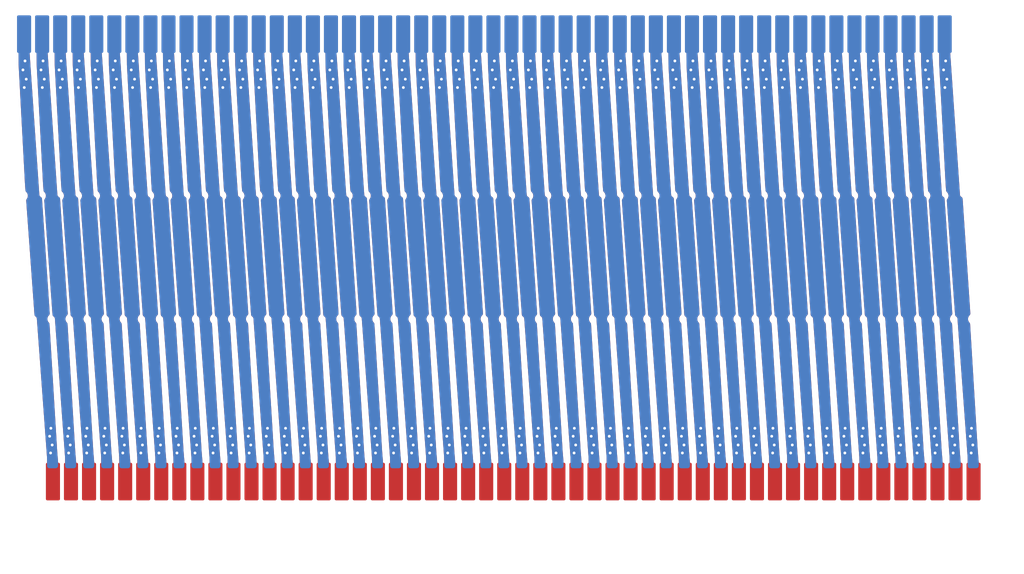
<source format=kicad_pcb>
(kicad_pcb (version 20241229) (generator "pcbnew") (generator_version "9.0")
  (title_block (title "Manually Defined 52-turn FlexPCB Windings T200") (date "2025-12-27") (company "WB7NAB"))
  (layers (0 "F.Cu" signal) (2 "B.Cu" signal) (13 "F.Paste" user) (15 "B.Paste" user) (5 "F.SilkS" user "F.Silkscreen") (7 "B.SilkS" user "B.Silkscreen") (1 "F.Mask" user) (3 "B.Mask" user) (25 "Edge.Cuts" user))
  (net 0 "")
  (net 1 "w")
  (footprint "Library:3.5A-lap-pad" (layer "F.Cu") (at 160.435 159.38)
    (property "Reference" "Z**95" (hide yes))
    (property "Value" "3.5A-lap-pad")
    (pad "1" smd roundrect (at 0.125 0) (size 1.5 4) (layers "F.Cu" "F.Mask" "F.Paste") (roundrect_rratio 0.1) (net 1 "w"))
  )
  (footprint "Library:3.5A-lap-pad" (layer "F.Cu") (at 150.835 159.38)
    (property "Reference" "Z**85" (hide yes))
    (property "Value" "3.5A-lap-pad")
    (pad "1" smd roundrect (at 0.125 0) (size 1.5 4) (layers "F.Cu" "F.Mask" "F.Paste") (roundrect_rratio 0.1) (net 1 "w"))
  )
  (footprint "Library:3.5A-lap-pad" (layer "F.Cu") (at 154.675 159.38)
    (property "Reference" "Z**89" (hide yes))
    (property "Value" "3.5A-lap-pad")
    (pad "1" smd roundrect (at 0.125 0) (size 1.5 4) (layers "F.Cu" "F.Mask" "F.Paste") (roundrect_rratio 0.1) (net 1 "w"))
  )
  (footprint "Library:3.5A-lap-pad" (layer "F.Cu") (at 72.115 159.38)
    (property "Reference" "Z**3" (hide yes))
    (property "Value" "3.5A-lap-pad")
    (pad "1" smd roundrect (at 0.125 0) (size 1.5 4) (layers "F.Cu" "F.Mask" "F.Paste") (roundrect_rratio 0.1) (net 1 "w"))
  )
  (footprint "Library:3.5A-lap-pad" (layer "F.Cu") (at 91.315 159.38)
    (property "Reference" "Z**23" (hide yes))
    (property "Value" "3.5A-lap-pad")
    (pad "1" smd roundrect (at 0.125 0) (size 1.5 4) (layers "F.Cu" "F.Mask" "F.Paste") (roundrect_rratio 0.1) (net 1 "w"))
  )
  (footprint "Library:3.5A-lap-pad" (layer "F.Cu") (at 122.035 159.38)
    (property "Reference" "Z**55" (hide yes))
    (property "Value" "3.5A-lap-pad")
    (pad "1" smd roundrect (at 0.125 0) (size 1.5 4) (layers "F.Cu" "F.Mask" "F.Paste") (roundrect_rratio 0.1) (net 1 "w"))
  )
  (footprint "Library:3.5A-lap-pad" (layer "F.Cu") (at 145.075 159.38)
    (property "Reference" "Z**79" (hide yes))
    (property "Value" "3.5A-lap-pad")
    (pad "1" smd roundrect (at 0.125 0) (size 1.5 4) (layers "F.Cu" "F.Mask" "F.Paste") (roundrect_rratio 0.1) (net 1 "w"))
  )
  (footprint "Library:3.5A-lap-pad" (layer "F.Cu") (at 81.715 159.38)
    (property "Reference" "Z**13" (hide yes))
    (property "Value" "3.5A-lap-pad")
    (pad "1" smd roundrect (at 0.125 0) (size 1.5 4) (layers "F.Cu" "F.Mask" "F.Paste") (roundrect_rratio 0.1) (net 1 "w"))
  )
  (footprint "Library:3.5A-lap-pad" (layer "F.Cu") (at 139.315 159.38)
    (property "Reference" "Z**73" (hide yes))
    (property "Value" "3.5A-lap-pad")
    (pad "1" smd roundrect (at 0.125 0) (size 1.5 4) (layers "F.Cu" "F.Mask" "F.Paste") (roundrect_rratio 0.1) (net 1 "w"))
  )
  (footprint "Library:3.5A-lap-pad" (layer "F.Cu") (at 164.275 159.38)
    (property "Reference" "Z**99" (hide yes))
    (property "Value" "3.5A-lap-pad")
    (pad "1" smd roundrect (at 0.125 0) (size 1.5 4) (layers "F.Cu" "F.Mask" "F.Paste") (roundrect_rratio 0.1) (net 1 "w"))
  )
  (footprint "Library:3.5A-lap-pad" (layer "F.Cu") (at 74.035 159.38)
    (property "Reference" "Z**5" (hide yes))
    (property "Value" "3.5A-lap-pad")
    (pad "1" smd roundrect (at 0.125 0) (size 1.5 4) (layers "F.Cu" "F.Mask" "F.Paste") (roundrect_rratio 0.1) (net 1 "w"))
  )
  (footprint "Library:3.5A-lap-pad" (layer "F.Cu") (at 118.195 159.38)
    (property "Reference" "Z**51" (hide yes))
    (property "Value" "3.5A-lap-pad")
    (pad "1" smd roundrect (at 0.125 0) (size 1.5 4) (layers "F.Cu" "F.Mask" "F.Paste") (roundrect_rratio 0.1) (net 1 "w"))
  )
  (footprint "Library:3.5A-lap-pad" (layer "F.Cu") (at 100.915 159.38)
    (property "Reference" "Z**33" (hide yes))
    (property "Value" "3.5A-lap-pad")
    (pad "1" smd roundrect (at 0.125 0) (size 1.5 4) (layers "F.Cu" "F.Mask" "F.Paste") (roundrect_rratio 0.1) (net 1 "w"))
  )
  (footprint "Library:3.5A-lap-pad" (layer "F.Cu") (at 112.435 159.38)
    (property "Reference" "Z**45" (hide yes))
    (property "Value" "3.5A-lap-pad")
    (pad "1" smd roundrect (at 0.125 0) (size 1.5 4) (layers "F.Cu" "F.Mask" "F.Paste") (roundrect_rratio 0.1) (net 1 "w"))
  )
  (footprint "Library:3.5A-lap-pad" (layer "F.Cu") (at 93.235 159.38)
    (property "Reference" "Z**25" (hide yes))
    (property "Value" "3.5A-lap-pad")
    (pad "1" smd roundrect (at 0.125 0) (size 1.5 4) (layers "F.Cu" "F.Mask" "F.Paste") (roundrect_rratio 0.1) (net 1 "w"))
  )
  (footprint "Library:3.5A-lap-pad" (layer "F.Cu") (at 79.795 159.38)
    (property "Reference" "Z**11" (hide yes))
    (property "Value" "3.5A-lap-pad")
    (pad "1" smd roundrect (at 0.125 0) (size 1.5 4) (layers "F.Cu" "F.Mask" "F.Paste") (roundrect_rratio 0.1) (net 1 "w"))
  )
  (footprint "Library:3.5A-lap-pad" (layer "F.Cu") (at 106.675 159.38)
    (property "Reference" "Z**39" (hide yes))
    (property "Value" "3.5A-lap-pad")
    (pad "1" smd roundrect (at 0.125 0) (size 1.5 4) (layers "F.Cu" "F.Mask" "F.Paste") (roundrect_rratio 0.1) (net 1 "w"))
  )
  (footprint "Library:3.5A-lap-pad" (layer "F.Cu") (at 114.355 159.38)
    (property "Reference" "Z**47" (hide yes))
    (property "Value" "3.5A-lap-pad")
    (pad "1" smd roundrect (at 0.125 0) (size 1.5 4) (layers "F.Cu" "F.Mask" "F.Paste") (roundrect_rratio 0.1) (net 1 "w"))
  )
  (footprint "Library:3.5A-lap-pad" (layer "F.Cu") (at 120.115 159.38)
    (property "Reference" "Z**53" (hide yes))
    (property "Value" "3.5A-lap-pad")
    (pad "1" smd roundrect (at 0.125 0) (size 1.5 4) (layers "F.Cu" "F.Mask" "F.Paste") (roundrect_rratio 0.1) (net 1 "w"))
  )
  (footprint "Library:3.5A-lap-pad" (layer "F.Cu") (at 116.275 159.38)
    (property "Reference" "Z**49" (hide yes))
    (property "Value" "3.5A-lap-pad")
    (pad "1" smd roundrect (at 0.125 0) (size 1.5 4) (layers "F.Cu" "F.Mask" "F.Paste") (roundrect_rratio 0.1) (net 1 "w"))
  )
  (footprint "Library:3.5A-lap-pad" (layer "F.Cu") (at 127.795 159.38)
    (property "Reference" "Z**61" (hide yes))
    (property "Value" "3.5A-lap-pad")
    (pad "1" smd roundrect (at 0.125 0) (size 1.5 4) (layers "F.Cu" "F.Mask" "F.Paste") (roundrect_rratio 0.1) (net 1 "w"))
  )
  (footprint "Library:3.5A-lap-pad" (layer "F.Cu") (at 83.635 159.38)
    (property "Reference" "Z**15" (hide yes))
    (property "Value" "3.5A-lap-pad")
    (pad "1" smd roundrect (at 0.125 0) (size 1.5 4) (layers "F.Cu" "F.Mask" "F.Paste") (roundrect_rratio 0.1) (net 1 "w"))
  )
  (footprint "Library:3.5A-lap-pad" (layer "F.Cu") (at 152.755 159.38)
    (property "Reference" "Z**87" (hide yes))
    (property "Value" "3.5A-lap-pad")
    (pad "1" smd roundrect (at 0.125 0) (size 1.5 4) (layers "F.Cu" "F.Mask" "F.Paste") (roundrect_rratio 0.1) (net 1 "w"))
  )
  (footprint "Library:3.5A-lap-pad" (layer "F.Cu") (at 135.475 159.38)
    (property "Reference" "Z**69" (hide yes))
    (property "Value" "3.5A-lap-pad")
    (pad "1" smd roundrect (at 0.125 0) (size 1.5 4) (layers "F.Cu" "F.Mask" "F.Paste") (roundrect_rratio 0.1) (net 1 "w"))
  )
  (footprint "Library:3.5A-lap-pad" (layer "F.Cu") (at 89.395 159.38)
    (property "Reference" "Z**21" (hide yes))
    (property "Value" "3.5A-lap-pad")
    (pad "1" smd roundrect (at 0.125 0) (size 1.5 4) (layers "F.Cu" "F.Mask" "F.Paste") (roundrect_rratio 0.1) (net 1 "w"))
  )
  (footprint "Library:3.5A-lap-pad" (layer "F.Cu") (at 85.555 159.38)
    (property "Reference" "Z**17" (hide yes))
    (property "Value" "3.5A-lap-pad")
    (pad "1" smd roundrect (at 0.125 0) (size 1.5 4) (layers "F.Cu" "F.Mask" "F.Paste") (roundrect_rratio 0.1) (net 1 "w"))
  )
  (footprint "Library:3.5A-lap-pad" (layer "F.Cu") (at 98.995 159.38)
    (property "Reference" "Z**31" (hide yes))
    (property "Value" "3.5A-lap-pad")
    (pad "1" smd roundrect (at 0.125 0) (size 1.5 4) (layers "F.Cu" "F.Mask" "F.Paste") (roundrect_rratio 0.1) (net 1 "w"))
  )
  (footprint "Library:3.5A-lap-pad" (layer "F.Cu") (at 131.635 159.38)
    (property "Reference" "Z**65" (hide yes))
    (property "Value" "3.5A-lap-pad")
    (pad "1" smd roundrect (at 0.125 0) (size 1.5 4) (layers "F.Cu" "F.Mask" "F.Paste") (roundrect_rratio 0.1) (net 1 "w"))
  )
  (footprint "Library:3.5A-lap-pad" (layer "F.Cu") (at 68.275 159.38)
    (property "Reference" "Z**" (hide yes))
    (property "Value" "3.5A-lap-pad")
    (pad "1" smd roundrect (at 0.125 0) (size 1.5 4) (layers "F.Cu" "F.Mask" "F.Paste") (roundrect_rratio 0.1) (net 1 "w"))
  )
  (footprint "Library:3.5A-lap-pad" (layer "F.Cu") (at 108.595 159.38)
    (property "Reference" "Z**41" (hide yes))
    (property "Value" "3.5A-lap-pad")
    (pad "1" smd roundrect (at 0.125 0) (size 1.5 4) (layers "F.Cu" "F.Mask" "F.Paste") (roundrect_rratio 0.1) (net 1 "w"))
  )
  (footprint "Library:3.5A-lap-pad" (layer "F.Cu") (at 104.755 159.38)
    (property "Reference" "Z**37" (hide yes))
    (property "Value" "3.5A-lap-pad")
    (pad "1" smd roundrect (at 0.125 0) (size 1.5 4) (layers "F.Cu" "F.Mask" "F.Paste") (roundrect_rratio 0.1) (net 1 "w"))
  )
  (footprint "Library:3.5A-lap-pad" (layer "F.Cu") (at 129.715 159.38)
    (property "Reference" "Z**63" (hide yes))
    (property "Value" "3.5A-lap-pad")
    (pad "1" smd roundrect (at 0.125 0) (size 1.5 4) (layers "F.Cu" "F.Mask" "F.Paste") (roundrect_rratio 0.1) (net 1 "w"))
  )
  (footprint "Library:3.5A-lap-pad" (layer "F.Cu") (at 166.195 159.38)
    (property "Reference" "Z**101" (hide yes))
    (property "Value" "3.5A-lap-pad")
    (pad "1" smd roundrect (at 0.125 0) (size 1.5 4) (layers "F.Cu" "F.Mask" "F.Paste") (roundrect_rratio 0.1) (net 1 "w"))
  )
  (footprint "Library:3.5A-lap-pad" (layer "F.Cu") (at 87.475 159.38)
    (property "Reference" "Z**19" (hide yes))
    (property "Value" "3.5A-lap-pad")
    (pad "1" smd roundrect (at 0.125 0) (size 1.5 4) (layers "F.Cu" "F.Mask" "F.Paste") (roundrect_rratio 0.1) (net 1 "w"))
  )
  (footprint "Library:3.5A-lap-pad" (layer "F.Cu") (at 95.155 159.38)
    (property "Reference" "Z**27" (hide yes))
    (property "Value" "3.5A-lap-pad")
    (pad "1" smd roundrect (at 0.125 0) (size 1.5 4) (layers "F.Cu" "F.Mask" "F.Paste") (roundrect_rratio 0.1) (net 1 "w"))
  )
  (footprint "Library:3.5A-lap-pad" (layer "F.Cu") (at 143.155 159.38)
    (property "Reference" "Z**77" (hide yes))
    (property "Value" "3.5A-lap-pad")
    (pad "1" smd roundrect (at 0.125 0) (size 1.5 4) (layers "F.Cu" "F.Mask" "F.Paste") (roundrect_rratio 0.1) (net 1 "w"))
  )
  (footprint "Library:3.5A-lap-pad" (layer "F.Cu") (at 137.395 159.38)
    (property "Reference" "Z**71" (hide yes))
    (property "Value" "3.5A-lap-pad")
    (pad "1" smd roundrect (at 0.125 0) (size 1.5 4) (layers "F.Cu" "F.Mask" "F.Paste") (roundrect_rratio 0.1) (net 1 "w"))
  )
  (footprint "Library:3.5A-lap-pad" (layer "F.Cu") (at 97.075 159.38)
    (property "Reference" "Z**29" (hide yes))
    (property "Value" "3.5A-lap-pad")
    (pad "1" smd roundrect (at 0.125 0) (size 1.5 4) (layers "F.Cu" "F.Mask" "F.Paste") (roundrect_rratio 0.1) (net 1 "w"))
  )
  (footprint "Library:3.5A-lap-pad" (layer "F.Cu") (at 75.955 159.38)
    (property "Reference" "Z**7" (hide yes))
    (property "Value" "3.5A-lap-pad")
    (pad "1" smd roundrect (at 0.125 0) (size 1.5 4) (layers "F.Cu" "F.Mask" "F.Paste") (roundrect_rratio 0.1) (net 1 "w"))
  )
  (footprint "Library:3.5A-lap-pad" (layer "F.Cu") (at 156.595 159.38)
    (property "Reference" "Z**91" (hide yes))
    (property "Value" "3.5A-lap-pad")
    (pad "1" smd roundrect (at 0.125 0) (size 1.5 4) (layers "F.Cu" "F.Mask" "F.Paste") (roundrect_rratio 0.1) (net 1 "w"))
  )
  (footprint "Library:3.5A-lap-pad" (layer "F.Cu") (at 162.355 159.38)
    (property "Reference" "Z**97" (hide yes))
    (property "Value" "3.5A-lap-pad")
    (pad "1" smd roundrect (at 0.125 0) (size 1.5 4) (layers "F.Cu" "F.Mask" "F.Paste") (roundrect_rratio 0.1) (net 1 "w"))
  )
  (footprint "Library:3.5A-lap-pad" (layer "F.Cu") (at 148.915 159.38)
    (property "Reference" "Z**83" (hide yes))
    (property "Value" "3.5A-lap-pad")
    (pad "1" smd roundrect (at 0.125 0) (size 1.5 4) (layers "F.Cu" "F.Mask" "F.Paste") (roundrect_rratio 0.1) (net 1 "w"))
  )
  (footprint "Library:3.5A-lap-pad" (layer "F.Cu") (at 70.195 159.38)
    (property "Reference" "Z**1" (hide yes))
    (property "Value" "3.5A-lap-pad")
    (pad "1" smd roundrect (at 0.125 0) (size 1.5 4) (layers "F.Cu" "F.Mask" "F.Paste") (roundrect_rratio 0.1) (net 1 "w"))
  )
  (footprint "Library:3.5A-lap-pad" (layer "F.Cu") (at 133.555 159.38)
    (property "Reference" "Z**67" (hide yes))
    (property "Value" "3.5A-lap-pad")
    (pad "1" smd roundrect (at 0.125 0) (size 1.5 4) (layers "F.Cu" "F.Mask" "F.Paste") (roundrect_rratio 0.1) (net 1 "w"))
  )
  (footprint "Library:3.5A-lap-pad" (layer "F.Cu") (at 102.835 159.38)
    (property "Reference" "Z**35" (hide yes))
    (property "Value" "3.5A-lap-pad")
    (pad "1" smd roundrect (at 0.125 0) (size 1.5 4) (layers "F.Cu" "F.Mask" "F.Paste") (roundrect_rratio 0.1) (net 1 "w"))
  )
  (footprint "Library:3.5A-lap-pad" (layer "F.Cu") (at 123.955 159.38)
    (property "Reference" "Z**57" (hide yes))
    (property "Value" "3.5A-lap-pad")
    (pad "1" smd roundrect (at 0.125 0) (size 1.5 4) (layers "F.Cu" "F.Mask" "F.Paste") (roundrect_rratio 0.1) (net 1 "w"))
  )
  (footprint "Library:3.5A-lap-pad" (layer "F.Cu") (at 146.995 159.38)
    (property "Reference" "Z**81" (hide yes))
    (property "Value" "3.5A-lap-pad")
    (pad "1" smd roundrect (at 0.125 0) (size 1.5 4) (layers "F.Cu" "F.Mask" "F.Paste") (roundrect_rratio 0.1) (net 1 "w"))
  )
  (footprint "Library:3.5A-lap-pad" (layer "F.Cu") (at 125.875 159.38)
    (property "Reference" "Z**59" (hide yes))
    (property "Value" "3.5A-lap-pad")
    (pad "1" smd roundrect (at 0.125 0) (size 1.5 4) (layers "F.Cu" "F.Mask" "F.Paste") (roundrect_rratio 0.1) (net 1 "w"))
  )
  (footprint "Library:3.5A-lap-pad" (layer "F.Cu") (at 141.235 159.38)
    (property "Reference" "Z**75" (hide yes))
    (property "Value" "3.5A-lap-pad")
    (pad "1" smd roundrect (at 0.125 0) (size 1.5 4) (layers "F.Cu" "F.Mask" "F.Paste") (roundrect_rratio 0.1) (net 1 "w"))
  )
  (footprint "Library:3.5A-lap-pad" (layer "F.Cu") (at 77.875 159.38)
    (property "Reference" "Z**9" (hide yes))
    (property "Value" "3.5A-lap-pad")
    (pad "1" smd roundrect (at 0.125 0) (size 1.5 4) (layers "F.Cu" "F.Mask" "F.Paste") (roundrect_rratio 0.1) (net 1 "w"))
  )
  (footprint "Library:3.5A-lap-pad" (layer "F.Cu") (at 158.515 159.38)
    (property "Reference" "Z**93" (hide yes))
    (property "Value" "3.5A-lap-pad")
    (pad "1" smd roundrect (at 0.125 0) (size 1.5 4) (layers "F.Cu" "F.Mask" "F.Paste") (roundrect_rratio 0.1) (net 1 "w"))
  )
  (footprint "Library:3.5A-lap-pad" (layer "F.Cu") (at 110.515 159.38)
    (property "Reference" "Z**43" (hide yes))
    (property "Value" "3.5A-lap-pad")
    (pad "1" smd roundrect (at 0.125 0) (size 1.5 4) (layers "F.Cu" "F.Mask" "F.Paste") (roundrect_rratio 0.1) (net 1 "w"))
  )
  (footprint "Library:3.5A-lap-pad" (layer "B.Cu") (at 90.29 111.79 180)
    (property "Reference" "Z**26" (hide yes))
    (property "Value" "3.5A-lap-pad" (hide yes))
    (pad "1" smd roundrect (at 0 0 180) (size 1.5 4) (layers "B.Cu" "B.Mask" "B.Paste") (roundrect_rratio 0.1) (net 1 "w"))
  )
  (footprint "Library:3.5A-lap-pad" (layer "B.Cu") (at 130.61 111.79 180)
    (property "Reference" "Z**68" (hide yes))
    (property "Value" "3.5A-lap-pad" (hide yes))
    (pad "1" smd roundrect (at 0 0 180) (size 1.5 4) (layers "B.Cu" "B.Mask" "B.Paste") (roundrect_rratio 0.1) (net 1 "w"))
  )
  (footprint "Library:3.5A-lap-pad" (layer "B.Cu") (at 74.93 111.79 180)
    (property "Reference" "Z**10" (hide yes))
    (property "Value" "3.5A-lap-pad" (hide yes))
    (pad "1" smd roundrect (at 0 0 180) (size 1.5 4) (layers "B.Cu" "B.Mask" "B.Paste") (roundrect_rratio 0.1) (net 1 "w"))
  )
  (footprint "Library:3.5A-lap-pad" (layer "B.Cu") (at 126.77 111.79 180)
    (property "Reference" "Z**64" (hide yes))
    (property "Value" "3.5A-lap-pad" (hide yes))
    (pad "1" smd roundrect (at 0 0 180) (size 1.5 4) (layers "B.Cu" "B.Mask" "B.Paste") (roundrect_rratio 0.1) (net 1 "w"))
  )
  (footprint "Library:3.5A-lap-pad" (layer "B.Cu") (at 84.53 111.79 180)
    (property "Reference" "Z**20" (hide yes))
    (property "Value" "3.5A-lap-pad" (hide yes))
    (pad "1" smd roundrect (at 0 0 180) (size 1.5 4) (layers "B.Cu" "B.Mask" "B.Paste") (roundrect_rratio 0.1) (net 1 "w"))
  )
  (footprint "Library:3.5A-lap-pad" (layer "B.Cu") (at 76.85 111.79 180)
    (property "Reference" "Z**12" (hide yes))
    (property "Value" "3.5A-lap-pad" (hide yes))
    (pad "1" smd roundrect (at 0 0 180) (size 1.5 4) (layers "B.Cu" "B.Mask" "B.Paste") (roundrect_rratio 0.1) (net 1 "w"))
  )
  (footprint "Library:3.5A-lap-pad" (layer "B.Cu") (at 138.29 111.79 180)
    (property "Reference" "Z**76" (hide yes))
    (property "Value" "3.5A-lap-pad" (hide yes))
    (pad "1" smd roundrect (at 0 0 180) (size 1.5 4) (layers "B.Cu" "B.Mask" "B.Paste") (roundrect_rratio 0.1) (net 1 "w"))
  )
  (footprint "Library:3.5A-lap-pad" (layer "B.Cu") (at 65.33 111.79 180)
    (property "Reference" "Z**" (hide yes))
    (property "Value" "3.5A-lap-pad" (hide yes))
    (pad "1" smd roundrect (at 0 0 180) (size 1.5 4) (layers "B.Cu" "B.Mask" "B.Paste") (roundrect_rratio 0.1) (net 1 "w"))
  )
  (footprint "Library:3.5A-lap-pad" (layer "B.Cu") (at 67.25 111.79 180)
    (property "Reference" "Z**2" (hide yes))
    (property "Value" "3.5A-lap-pad" (hide yes))
    (pad "1" smd roundrect (at 0 0 180) (size 1.5 4) (layers "B.Cu" "B.Mask" "B.Paste") (roundrect_rratio 0.1) (net 1 "w"))
  )
  (footprint "Library:3.5A-lap-pad" (layer "B.Cu") (at 107.57 111.79 180)
    (property "Reference" "Z**44" (hide yes))
    (property "Value" "3.5A-lap-pad" (hide yes))
    (pad "1" smd roundrect (at 0 0 180) (size 1.5 4) (layers "B.Cu" "B.Mask" "B.Paste") (roundrect_rratio 0.1) (net 1 "w"))
  )
  (footprint "Library:3.5A-lap-pad" (layer "B.Cu") (at 149.81 111.79 180)
    (property "Reference" "Z**88" (hide yes))
    (property "Value" "3.5A-lap-pad" (hide yes))
    (pad "1" smd roundrect (at 0 0 180) (size 1.5 4) (layers "B.Cu" "B.Mask" "B.Paste") (roundrect_rratio 0.1) (net 1 "w"))
  )
  (footprint "Library:3.5A-lap-pad" (layer "B.Cu") (at 86.45 111.79 180)
    (property "Reference" "Z**22" (hide yes))
    (property "Value" "3.5A-lap-pad" (hide yes))
    (pad "1" smd roundrect (at 0 0 180) (size 1.5 4) (layers "B.Cu" "B.Mask" "B.Paste") (roundrect_rratio 0.1) (net 1 "w"))
  )
  (footprint "Library:3.5A-lap-pad" (layer "B.Cu") (at 136.37 111.79 180)
    (property "Reference" "Z**74" (hide yes))
    (property "Value" "3.5A-lap-pad" (hide yes))
    (pad "1" smd roundrect (at 0 0 180) (size 1.5 4) (layers "B.Cu" "B.Mask" "B.Paste") (roundrect_rratio 0.1) (net 1 "w"))
  )
  (footprint "Library:3.5A-lap-pad" (layer "B.Cu") (at 122.93 111.79 180)
    (property "Reference" "Z**60" (hide yes))
    (property "Value" "3.5A-lap-pad" (hide yes))
    (pad "1" smd roundrect (at 0 0 180) (size 1.5 4) (layers "B.Cu" "B.Mask" "B.Paste") (roundrect_rratio 0.1) (net 1 "w"))
  )
  (footprint "Library:3.5A-lap-pad" (layer "B.Cu") (at 82.61 111.79 180)
    (property "Reference" "Z**18" (hide yes))
    (property "Value" "3.5A-lap-pad" (hide yes))
    (pad "1" smd roundrect (at 0 0 180) (size 1.5 4) (layers "B.Cu" "B.Mask" "B.Paste") (roundrect_rratio 0.1) (net 1 "w"))
  )
  (footprint "Library:3.5A-lap-pad" (layer "B.Cu") (at 134.45 111.79 180)
    (property "Reference" "Z**72" (hide yes))
    (property "Value" "3.5A-lap-pad" (hide yes))
    (pad "1" smd roundrect (at 0 0 180) (size 1.5 4) (layers "B.Cu" "B.Mask" "B.Paste") (roundrect_rratio 0.1) (net 1 "w"))
  )
  (footprint "Library:3.5A-lap-pad" (layer "B.Cu") (at 69.17 111.79 180)
    (property "Reference" "Z**4" (hide yes))
    (property "Value" "3.5A-lap-pad" (hide yes))
    (pad "1" smd roundrect (at 0 0 180) (size 1.5 4) (layers "B.Cu" "B.Mask" "B.Paste") (roundrect_rratio 0.1) (net 1 "w"))
  )
  (footprint "Library:3.5A-lap-pad" (layer "B.Cu") (at 124.85 111.79 180)
    (property "Reference" "Z**62" (hide yes))
    (property "Value" "3.5A-lap-pad" (hide yes))
    (pad "1" smd roundrect (at 0 0 180) (size 1.5 4) (layers "B.Cu" "B.Mask" "B.Paste") (roundrect_rratio 0.1) (net 1 "w"))
  )
  (footprint "Library:3.5A-lap-pad" (layer "B.Cu") (at 147.89 111.79 180)
    (property "Reference" "Z**86" (hide yes))
    (property "Value" "3.5A-lap-pad" (hide yes))
    (pad "1" smd roundrect (at 0 0 180) (size 1.5 4) (layers "B.Cu" "B.Mask" "B.Paste") (roundrect_rratio 0.1) (net 1 "w"))
  )
  (footprint "Library:3.5A-lap-pad" (layer "B.Cu") (at 155.57 111.79 180)
    (property "Reference" "Z**94" (hide yes))
    (property "Value" "3.5A-lap-pad" (hide yes))
    (pad "1" smd roundrect (at 0 0 180) (size 1.5 4) (layers "B.Cu" "B.Mask" "B.Paste") (roundrect_rratio 0.1) (net 1 "w"))
  )
  (footprint "Library:3.5A-lap-pad" (layer "B.Cu") (at 144.05 111.79 180)
    (property "Reference" "Z**82" (hide yes))
    (property "Value" "3.5A-lap-pad" (hide yes))
    (pad "1" smd roundrect (at 0 0 180) (size 1.5 4) (layers "B.Cu" "B.Mask" "B.Paste") (roundrect_rratio 0.1) (net 1 "w"))
  )
  (footprint "Library:3.5A-lap-pad" (layer "B.Cu") (at 115.25 111.79 180)
    (property "Reference" "Z**52" (hide yes))
    (property "Value" "3.5A-lap-pad" (hide yes))
    (pad "1" smd roundrect (at 0 0 180) (size 1.5 4) (layers "B.Cu" "B.Mask" "B.Paste") (roundrect_rratio 0.1) (net 1 "w"))
  )
  (footprint "Library:3.5A-lap-pad" (layer "B.Cu") (at 161.33 111.79 180)
    (property "Reference" "Z**100" (hide yes))
    (property "Value" "3.5A-lap-pad" (hide yes))
    (pad "1" smd roundrect (at 0 0 180) (size 1.5 4) (layers "B.Cu" "B.Mask" "B.Paste") (roundrect_rratio 0.1) (net 1 "w"))
  )
  (footprint "Library:3.5A-lap-pad" (layer "B.Cu") (at 140.21 111.79 180)
    (property "Reference" "Z**78" (hide yes))
    (property "Value" "3.5A-lap-pad" (hide yes))
    (pad "1" smd roundrect (at 0 0 180) (size 1.5 4) (layers "B.Cu" "B.Mask" "B.Paste") (roundrect_rratio 0.1) (net 1 "w"))
  )
  (footprint "Library:3.5A-lap-pad" (layer "B.Cu") (at 111.41 111.79 180)
    (property "Reference" "Z**48" (hide yes))
    (property "Value" "3.5A-lap-pad" (hide yes))
    (pad "1" smd roundrect (at 0 0 180) (size 1.5 4) (layers "B.Cu" "B.Mask" "B.Paste") (roundrect_rratio 0.1) (net 1 "w"))
  )
  (footprint "Library:3.5A-lap-pad" (layer "B.Cu") (at 121.01 111.79 180)
    (property "Reference" "Z**58" (hide yes))
    (property "Value" "3.5A-lap-pad" (hide yes))
    (pad "1" smd roundrect (at 0 0 180) (size 1.5 4) (layers "B.Cu" "B.Mask" "B.Paste") (roundrect_rratio 0.1) (net 1 "w"))
  )
  (footprint "Library:3.5A-lap-pad" (layer "B.Cu") (at 78.77 111.79 180)
    (property "Reference" "Z**14" (hide yes))
    (property "Value" "3.5A-lap-pad" (hide yes))
    (pad "1" smd roundrect (at 0 0 180) (size 1.5 4) (layers "B.Cu" "B.Mask" "B.Paste") (roundrect_rratio 0.1) (net 1 "w"))
  )
  (footprint "Library:3.5A-lap-pad" (layer "B.Cu") (at 92.21 111.79 180)
    (property "Reference" "Z**28" (hide yes))
    (property "Value" "3.5A-lap-pad" (hide yes))
    (pad "1" smd roundrect (at 0 0 180) (size 1.5 4) (layers "B.Cu" "B.Mask" "B.Paste") (roundrect_rratio 0.1) (net 1 "w"))
  )
  (footprint "Library:3.5A-lap-pad" (layer "B.Cu") (at 73.01 111.79 180)
    (property "Reference" "Z**8" (hide yes))
    (property "Value" "3.5A-lap-pad" (hide yes))
    (pad "1" smd roundrect (at 0 0 180) (size 1.5 4) (layers "B.Cu" "B.Mask" "B.Paste") (roundrect_rratio 0.1) (net 1 "w"))
  )
  (footprint "Library:3.5A-lap-pad" (layer "B.Cu") (at 163.25 111.79 180)
    (property "Reference" "Z**102" (hide yes))
    (property "Value" "3.5A-lap-pad" (hide yes))
    (pad "1" smd roundrect (at 0 0 180) (size 1.5 4) (layers "B.Cu" "B.Mask" "B.Paste") (roundrect_rratio 0.1) (net 1 "w"))
  )
  (footprint "Library:3.5A-lap-pad" (layer "B.Cu") (at 153.65 111.79 180)
    (property "Reference" "Z**92" (hide yes))
    (property "Value" "3.5A-lap-pad" (hide yes))
    (pad "1" smd roundrect (at 0 0 180) (size 1.5 4) (layers "B.Cu" "B.Mask" "B.Paste") (roundrect_rratio 0.1) (net 1 "w"))
  )
  (footprint "Library:3.5A-lap-pad" (layer "B.Cu") (at 109.49 111.79 180)
    (property "Reference" "Z**46" (hide yes))
    (property "Value" "3.5A-lap-pad" (hide yes))
    (pad "1" smd roundrect (at 0 0 180) (size 1.5 4) (layers "B.Cu" "B.Mask" "B.Paste") (roundrect_rratio 0.1) (net 1 "w"))
  )
  (footprint "Library:3.5A-lap-pad" (layer "B.Cu") (at 103.73 111.79 180)
    (property "Reference" "Z**40" (hide yes))
    (property "Value" "3.5A-lap-pad" (hide yes))
    (pad "1" smd roundrect (at 0 0 180) (size 1.5 4) (layers "B.Cu" "B.Mask" "B.Paste") (roundrect_rratio 0.1) (net 1 "w"))
  )
  (footprint "Library:3.5A-lap-pad" (layer "B.Cu") (at 88.37 111.79 180)
    (property "Reference" "Z**24" (hide yes))
    (property "Value" "3.5A-lap-pad" (hide yes))
    (pad "1" smd roundrect (at 0 0 180) (size 1.5 4) (layers "B.Cu" "B.Mask" "B.Paste") (roundrect_rratio 0.1) (net 1 "w"))
  )
  (footprint "Library:3.5A-lap-pad" (layer "B.Cu") (at 145.97 111.79 180)
    (property "Reference" "Z**84" (hide yes))
    (property "Value" "3.5A-lap-pad" (hide yes))
    (pad "1" smd roundrect (at 0 0 180) (size 1.5 4) (layers "B.Cu" "B.Mask" "B.Paste") (roundrect_rratio 0.1) (net 1 "w"))
  )
  (footprint "Library:3.5A-lap-pad" (layer "B.Cu") (at 117.17 111.79 180)
    (property "Reference" "Z**54" (hide yes))
    (property "Value" "3.5A-lap-pad" (hide yes))
    (pad "1" smd roundrect (at 0 0 180) (size 1.5 4) (layers "B.Cu" "B.Mask" "B.Paste") (roundrect_rratio 0.1) (net 1 "w"))
  )
  (footprint "Library:3.5A-lap-pad" (layer "B.Cu") (at 71.09 111.79 180)
    (property "Reference" "Z**6" (hide yes))
    (property "Value" "3.5A-lap-pad" (hide yes))
    (pad "1" smd roundrect (at 0 0 180) (size 1.5 4) (layers "B.Cu" "B.Mask" "B.Paste") (roundrect_rratio 0.1) (net 1 "w"))
  )
  (footprint "Library:3.5A-lap-pad" (layer "B.Cu") (at 105.65 111.79 180)
    (property "Reference" "Z**42" (hide yes))
    (property "Value" "3.5A-lap-pad" (hide yes))
    (pad "1" smd roundrect (at 0 0 180) (size 1.5 4) (layers "B.Cu" "B.Mask" "B.Paste") (roundrect_rratio 0.1) (net 1 "w"))
  )
  (footprint "Library:3.5A-lap-pad" (layer "B.Cu") (at 119.09 111.79 180)
    (property "Reference" "Z**56" (hide yes))
    (property "Value" "3.5A-lap-pad" (hide yes))
    (pad "1" smd roundrect (at 0 0 180) (size 1.5 4) (layers "B.Cu" "B.Mask" "B.Paste") (roundrect_rratio 0.1) (net 1 "w"))
  )
  (footprint "Library:3.5A-lap-pad" (layer "B.Cu") (at 142.13 111.79 180)
    (property "Reference" "Z**80" (hide yes))
    (property "Value" "3.5A-lap-pad" (hide yes))
    (pad "1" smd roundrect (at 0 0 180) (size 1.5 4) (layers "B.Cu" "B.Mask" "B.Paste") (roundrect_rratio 0.1) (net 1 "w"))
  )
  (footprint "Library:3.5A-lap-pad" (layer "B.Cu") (at 128.69 111.79 180)
    (property "Reference" "Z**66" (hide yes))
    (property "Value" "3.5A-lap-pad" (hide yes))
    (pad "1" smd roundrect (at 0 0 180) (size 1.5 4) (layers "B.Cu" "B.Mask" "B.Paste") (roundrect_rratio 0.1) (net 1 "w"))
  )
  (footprint "Library:3.5A-lap-pad" (layer "B.Cu") (at 97.97 111.79 180)
    (property "Reference" "Z**34" (hide yes))
    (property "Value" "3.5A-lap-pad" (hide yes))
    (pad "1" smd roundrect (at 0 0 180) (size 1.5 4) (layers "B.Cu" "B.Mask" "B.Paste") (roundrect_rratio 0.1) (net 1 "w"))
  )
  (footprint "Library:3.5A-lap-pad" (layer "B.Cu") (at 132.53 111.79 180)
    (property "Reference" "Z**70" (hide yes))
    (property "Value" "3.5A-lap-pad" (hide yes))
    (pad "1" smd roundrect (at 0 0 180) (size 1.5 4) (layers "B.Cu" "B.Mask" "B.Paste") (roundrect_rratio 0.1) (net 1 "w"))
  )
  (footprint "Library:3.5A-lap-pad" (layer "B.Cu") (at 94.13 111.79 180)
    (property "Reference" "Z**30" (hide yes))
    (property "Value" "3.5A-lap-pad" (hide yes))
    (pad "1" smd roundrect (at 0 0 180) (size 1.5 4) (layers "B.Cu" "B.Mask" "B.Paste") (roundrect_rratio 0.1) (net 1 "w"))
  )
  (footprint "Library:3.5A-lap-pad" (layer "B.Cu") (at 113.33 111.79 180)
    (property "Reference" "Z**50" (hide yes))
    (property "Value" "3.5A-lap-pad" (hide yes))
    (pad "1" smd roundrect (at 0 0 180) (size 1.5 4) (layers "B.Cu" "B.Mask" "B.Paste") (roundrect_rratio 0.1) (net 1 "w"))
  )
  (footprint "Library:3.5A-lap-pad" (layer "B.Cu") (at 99.89 111.79 180)
    (property "Reference" "Z**36" (hide yes))
    (property "Value" "3.5A-lap-pad" (hide yes))
    (pad "1" smd roundrect (at 0 0 180) (size 1.5 4) (layers "B.Cu" "B.Mask" "B.Paste") (roundrect_rratio 0.1) (net 1 "w"))
  )
  (footprint "Library:3.5A-lap-pad" (layer "B.Cu") (at 159.41 111.79 180)
    (property "Reference" "Z**98" (hide yes))
    (property "Value" "3.5A-lap-pad" (hide yes))
    (pad "1" smd roundrect (at 0 0 180) (size 1.5 4) (layers "B.Cu" "B.Mask" "B.Paste") (roundrect_rratio 0.1) (net 1 "w"))
  )
  (footprint "Library:3.5A-lap-pad" (layer "B.Cu") (at 151.73 111.79 180)
    (property "Reference" "Z**90" (hide yes))
    (property "Value" "3.5A-lap-pad" (hide yes))
    (pad "1" smd roundrect (at 0 0 180) (size 1.5 4) (layers "B.Cu" "B.Mask" "B.Paste") (roundrect_rratio 0.1) (net 1 "w"))
  )
  (footprint "Library:3.5A-lap-pad" (layer "B.Cu") (at 96.05 111.79 180)
    (property "Reference" "Z**32" (hide yes))
    (property "Value" "3.5A-lap-pad" (hide yes))
    (pad "1" smd roundrect (at 0 0 180) (size 1.5 4) (layers "B.Cu" "B.Mask" "B.Paste") (roundrect_rratio 0.1) (net 1 "w"))
  )
  (footprint "Library:3.5A-lap-pad" (layer "B.Cu") (at 157.49 111.79 180)
    (property "Reference" "Z**96" (hide yes))
    (property "Value" "3.5A-lap-pad" (hide yes))
    (pad "1" smd roundrect (at 0 0 180) (size 1.5 4) (layers "B.Cu" "B.Mask" "B.Paste") (roundrect_rratio 0.1) (net 1 "w"))
  )
  (footprint "Library:3.5A-lap-pad" (layer "B.Cu") (at 101.81 111.79 180)
    (property "Reference" "Z**38" (hide yes))
    (property "Value" "3.5A-lap-pad" (hide yes))
    (pad "1" smd roundrect (at 0 0 180) (size 1.5 4) (layers "B.Cu" "B.Mask" "B.Paste") (roundrect_rratio 0.1) (net 1 "w"))
  )
  (footprint "Library:3.5A-lap-pad" (layer "B.Cu") (at 80.69 111.79 180)
    (property "Reference" "Z**16" (hide yes))
    (property "Value" "3.5A-lap-pad" (hide yes))
    (pad "1" smd roundrect (at 0 0 180) (size 1.5 4) (layers "B.Cu" "B.Mask" "B.Paste") (roundrect_rratio 0.1) (net 1 "w"))
  )
  (gr_line (start 104.6 108.16) (end 104.62 113.85) (stroke (width 0.001)) (layer "Edge.Cuts"))
  (gr_line (start 69.45 162.73) (end 69.39 156.8) (stroke (width 0.001)) (layer "Edge.Cuts"))
  (gr_line (start 149.86 162.75) (end 148.170202 162.749964) (stroke (width 0.001)) (layer "Edge.Cuts"))
  (gr_line (start 167.14 162.75) (end 165.450202 162.749964) (stroke (width 0.001)) (layer "Edge.Cuts"))
  (gr_line (start 122.98 162.75) (end 121.290202 162.749964) (stroke (width 0.001)) (layer "Edge.Cuts"))
  (gr_line (start 79.05 162.73) (end 78.99 156.8) (stroke (width 0.001)) (layer "Edge.Cuts"))
  (gr_line (start 125.83 108.16) (end 127.64 108.16) (stroke (width 0.001)) (layer "Edge.Cuts"))
  (gr_line (start 90.37 157.34) (end 90.34 162.75) (stroke (width 0.001)) (layer "Edge.Cuts"))
  (gr_line (start 128.77 157.34) (end 128.74 162.75) (stroke (width 0.001)) (layer "Edge.Cuts"))
  (gr_line (start 64.39 108.16) (end 66.2 108.16) (stroke (width 0.001)) (layer "Edge.Cuts"))
  (gr_line (start 87.32 108.16) (end 87.34 113.85) (stroke (width 0.001)) (layer "Edge.Cuts"))
  (gr_line (start 106.52 108.16) (end 106.54 113.85) (stroke (width 0.001)) (layer "Edge.Cuts"))
  (gr_line (start 75.8 108.16) (end 75.82 113.85) (stroke (width 0.001)) (layer "Edge.Cuts"))
  (gr_line (start 155.62 162.75) (end 153.930202 162.749964) (stroke (width 0.001)) (layer "Edge.Cuts"))
  (gr_line (start 100.17 162.73) (end 100.11 156.8) (stroke (width 0.001)) (layer "Edge.Cuts"))
  (gr_line (start 94.21 157.34) (end 94.18 162.75) (stroke (width 0.001)) (layer "Edge.Cuts"))
  (gr_line (start 123.21 162.73) (end 123.15 156.8) (stroke (width 0.001)) (layer "Edge.Cuts"))
  (gr_line (start 86.53 157.34) (end 86.5 162.75) (stroke (width 0.001)) (layer "Edge.Cuts"))
  (gr_line (start 150.68 108.16) (end 150.7 113.85) (stroke (width 0.001)) (layer "Edge.Cuts"))
  (gr_line (start 155.65 157.34) (end 155.62 162.75) (stroke (width 0.001)) (layer "Edge.Cuts"))
  (gr_line (start 165.22 162.75) (end 163.530202 162.749964) (stroke (width 0.001)) (layer "Edge.Cuts"))
  (gr_line (start 141.19 108.16) (end 143 108.16) (stroke (width 0.001)) (layer "Edge.Cuts"))
  (gr_line (start 147.97 157.34) (end 147.94 162.75) (stroke (width 0.001)) (layer "Edge.Cuts"))
  (gr_line (start 128.97 162.73) (end 128.91 156.8) (stroke (width 0.001)) (layer "Edge.Cuts"))
  (gr_line (start 88.42 162.75) (end 86.730202 162.749964) (stroke (width 0.001)) (layer "Edge.Cuts"))
  (gr_line (start 159.46 162.75) (end 157.770202 162.749964) (stroke (width 0.001)) (layer "Edge.Cuts"))
  (gr_line (start 128.74 162.75) (end 127.050202 162.749964) (stroke (width 0.001)) (layer "Edge.Cuts"))
  (gr_line (start 94.18 162.75) (end 92.490202 162.749964) (stroke (width 0.001)) (layer "Edge.Cuts"))
  (gr_line (start 118.04 108.16) (end 118.06 113.85) (stroke (width 0.001)) (layer "Edge.Cuts"))
  (gr_line (start 75.91 108.16) (end 77.72 108.16) (stroke (width 0.001)) (layer "Edge.Cuts"))
  (gr_line (start 67.53 162.73) (end 67.47 156.8) (stroke (width 0.001)) (layer "Edge.Cuts"))
  (gr_line (start 121.99 108.16) (end 123.8 108.16) (stroke (width 0.001)) (layer "Edge.Cuts"))
  (gr_line (start 108.55 108.16) (end 110.36 108.16) (stroke (width 0.001)) (layer "Edge.Cuts"))
  (gr_line (start 88.65 162.73) (end 88.59 156.8) (stroke (width 0.001)) (layer "Edge.Cuts"))
  (gr_line (start 98.95 108.16) (end 100.76 108.16) (stroke (width 0.001)) (layer "Edge.Cuts"))
  (gr_line (start 99.97 157.34) (end 99.94 162.75) (stroke (width 0.001)) (layer "Edge.Cuts"))
  (gr_line (start 163.3 162.75) (end 161.610202 162.749964) (stroke (width 0.001)) (layer "Edge.Cuts"))
  (gr_line (start 138.34 162.75) (end 136.650202 162.749964) (stroke (width 0.001)) (layer "Edge.Cuts"))
  (gr_line (start 103.81 157.34) (end 103.78 162.75) (stroke (width 0.001)) (layer "Edge.Cuts"))
  (gr_line (start 93.19 108.16) (end 95 108.16) (stroke (width 0.001)) (layer "Edge.Cuts"))
  (gr_line (start 95.11 108.16) (end 96.92 108.16) (stroke (width 0.001)) (layer "Edge.Cuts"))
  (gr_line (start 104.71 108.16) (end 106.52 108.16) (stroke (width 0.001)) (layer "Edge.Cuts"))
  (gr_line (start 135.43 108.16) (end 137.24 108.16) (stroke (width 0.001)) (layer "Edge.Cuts"))
  (gr_line (start 137.24 108.16) (end 137.26 113.85) (stroke (width 0.001)) (layer "Edge.Cuts"))
  (gr_line (start 97.03 108.16) (end 98.84 108.16) (stroke (width 0.001)) (layer "Edge.Cuts"))
  (gr_line (start 78.82 162.75) (end 77.130202 162.749964) (stroke (width 0.001)) (layer "Edge.Cuts"))
  (gr_line (start 129.56 108.16) (end 129.58 113.85) (stroke (width 0.001)) (layer "Edge.Cuts"))
  (gr_line (start 133.51 108.16) (end 135.32 108.16) (stroke (width 0.001)) (layer "Edge.Cuts"))
  (gr_line (start 99.94 162.75) (end 98.250202 162.749964) (stroke (width 0.001)) (layer "Edge.Cuts"))
  (gr_line (start 81.56 108.16) (end 81.58 113.85) (stroke (width 0.001)) (layer "Edge.Cuts"))
  (gr_line (start 119.96 108.16) (end 119.98 113.85) (stroke (width 0.001)) (layer "Edge.Cuts"))
  (gr_line (start 162.2 108.16) (end 162.22 113.85) (stroke (width 0.001)) (layer "Edge.Cuts"))
  (gr_line (start 105.73 157.34) (end 105.7 162.75) (stroke (width 0.001)) (layer "Edge.Cuts"))
  (gr_line (start 119.17 157.34) (end 119.14 162.75) (stroke (width 0.001)) (layer "Edge.Cuts"))
  (gr_line (start 126.82 162.75) (end 125.130202 162.749964) (stroke (width 0.001)) (layer "Edge.Cuts"))
  (gr_line (start 150.09 162.73) (end 150.03 156.8) (stroke (width 0.001)) (layer "Edge.Cuts"))
  (gr_line (start 100.76 108.16) (end 100.78 113.85) (stroke (width 0.001)) (layer "Edge.Cuts"))
  (gr_line (start 164.12 108.16) (end 164.14 113.85) (stroke (width 0.001)) (layer "Edge.Cuts"))
  (gr_line (start 96.92 108.16) (end 96.94 113.85) (stroke (width 0.001)) (layer "Edge.Cuts"))
  (gr_line (start 152.6 108.16) (end 152.62 113.85) (stroke (width 0.001)) (layer "Edge.Cuts"))
  (gr_line (start 96.33 162.73) (end 96.27 156.8) (stroke (width 0.001)) (layer "Edge.Cuts"))
  (gr_line (start 151.81 157.34) (end 151.78 162.75) (stroke (width 0.001)) (layer "Edge.Cuts"))
  (gr_line (start 156.55 108.16) (end 158.36 108.16) (stroke (width 0.001)) (layer "Edge.Cuts"))
  (gr_line (start 161.38 162.75) (end 159.690202 162.749964) (stroke (width 0.001)) (layer "Edge.Cuts"))
  (gr_line (start 85.51 108.16) (end 87.32 108.16) (stroke (width 0.001)) (layer "Edge.Cuts"))
  (gr_line (start 82.69 157.34) (end 82.66 162.75) (stroke (width 0.001)) (layer "Edge.Cuts"))
  (gr_line (start 70.15 108.16) (end 71.96 108.16) (stroke (width 0.001)) (layer "Edge.Cuts"))
  (gr_line (start 113.38 162.75) (end 111.690202 162.749964) (stroke (width 0.001)) (layer "Edge.Cuts"))
  (gr_line (start 87.43 108.16) (end 89.24 108.16) (stroke (width 0.001)) (layer "Edge.Cuts"))
  (gr_line (start 96.13 157.34) (end 96.1 162.75) (stroke (width 0.001)) (layer "Edge.Cuts"))
  (gr_line (start 129.67 108.16) (end 131.48 108.16) (stroke (width 0.001)) (layer "Edge.Cuts"))
  (gr_line (start 116.23 108.16) (end 118.04 108.16) (stroke (width 0.001)) (layer "Edge.Cuts"))
  (gr_line (start 160.39 108.16) (end 162.2 108.16) (stroke (width 0.001)) (layer "Edge.Cuts"))
  (gr_line (start 98.25 162.73) (end 98.19 156.8) (stroke (width 0.001)) (layer "Edge.Cuts"))
  (gr_line (start 68.12 108.16) (end 68.14 113.85) (stroke (width 0.001)) (layer "Edge.Cuts"))
  (gr_line (start 101.89 157.34) (end 101.86 162.75) (stroke (width 0.001)) (layer "Edge.Cuts"))
  (gr_line (start 89.24 108.16) (end 89.26 113.85) (stroke (width 0.001)) (layer "Edge.Cuts"))
  (gr_line (start 130.89 162.73) (end 130.83 156.8) (stroke (width 0.001)) (layer "Edge.Cuts"))
  (gr_line (start 100.87 108.16) (end 102.68 108.16) (stroke (width 0.001)) (layer "Edge.Cuts"))
  (gr_line (start 144.13 157.34) (end 144.1 162.75) (stroke (width 0.001)) (layer "Edge.Cuts"))
  (gr_line (start 124.9 162.75) (end 123.210202 162.749964) (stroke (width 0.001)) (layer "Edge.Cuts"))
  (gr_line (start 121.88 108.16) (end 121.9 113.85) (stroke (width 0.001)) (layer "Edge.Cuts"))
  (gr_line (start 109.77 162.73) (end 109.71 156.8) (stroke (width 0.001)) (layer "Edge.Cuts"))
  (gr_line (start 78.85 157.34) (end 78.82 162.75) (stroke (width 0.001)) (layer "Edge.Cuts"))
  (gr_line (start 136.42 162.75) (end 134.730202 162.749964) (stroke (width 0.001)) (layer "Edge.Cuts"))
  (gr_line (start 121.29 162.73) (end 121.23 156.8) (stroke (width 0.001)) (layer "Edge.Cuts"))
  (gr_line (start 113.61 162.73) (end 113.55 156.8) (stroke (width 0.001)) (layer "Edge.Cuts"))
  (gr_line (start 117.25 157.34) (end 117.22 162.75) (stroke (width 0.001)) (layer "Edge.Cuts"))
  (gr_line (start 151.78 162.75) (end 150.090202 162.749964) (stroke (width 0.001)) (layer "Edge.Cuts"))
  (gr_line (start 145.03 108.16) (end 146.84 108.16) (stroke (width 0.001)) (layer "Edge.Cuts"))
  (gr_line (start 143 108.16) (end 143.02 113.85) (stroke (width 0.001)) (layer "Edge.Cuts"))
  (gr_line (start 85.4 108.16) (end 85.42 113.85) (stroke (width 0.001)) (layer "Edge.Cuts"))
  (gr_line (start 114.2 108.16) (end 114.22 113.85) (stroke (width 0.001)) (layer "Edge.Cuts"))
  (gr_line (start 139.16 108.16) (end 139.18 113.85) (stroke (width 0.001)) (layer "Edge.Cuts"))
  (gr_line (start 82.66 162.75) (end 80.970202 162.749964) (stroke (width 0.001)) (layer "Edge.Cuts"))
  (gr_line (start 105.7 162.75) (end 104.010202 162.749964) (stroke (width 0.001)) (layer "Edge.Cuts"))
  (gr_line (start 152.01 162.73) (end 151.95 156.8) (stroke (width 0.001)) (layer "Edge.Cuts"))
  (gr_line (start 115.3 162.75) (end 113.610202 162.749964) (stroke (width 0.001)) (layer "Edge.Cuts"))
  (gr_line (start 163.33 157.34) (end 163.3 162.75) (stroke (width 0.001)) (layer "Edge.Cuts"))
  (gr_line (start 98.84 108.16) (end 98.86 113.85) (stroke (width 0.001)) (layer "Edge.Cuts"))
  (gr_line (start 161.41 157.34) (end 161.38 162.75) (stroke (width 0.001)) (layer "Edge.Cuts"))
  (gr_line (start 107.65 157.34) (end 107.62 162.75) (stroke (width 0.001)) (layer "Edge.Cuts"))
  (gr_line (start 144.33 162.73) (end 144.27 156.8) (stroke (width 0.001)) (layer "Edge.Cuts"))
  (gr_line (start 73.29 162.73) (end 73.23 156.8) (stroke (width 0.001)) (layer "Edge.Cuts"))
  (gr_line (start 82.89 162.73) (end 82.83 156.8) (stroke (width 0.001)) (layer "Edge.Cuts"))
  (gr_line (start 155.85 162.73) (end 155.79 156.8) (stroke (width 0.001)) (layer "Edge.Cuts"))
  (gr_line (start 77.72 108.16) (end 77.74 113.85) (stroke (width 0.001)) (layer "Edge.Cuts"))
  (gr_line (start 68.23 108.16) (end 70.04 108.16) (stroke (width 0.001)) (layer "Edge.Cuts"))
  (gr_line (start 132.58 162.75) (end 130.890202 162.749964) (stroke (width 0.001)) (layer "Edge.Cuts"))
  (gr_line (start 104.01 162.73) (end 103.95 156.8) (stroke (width 0.001)) (layer "Edge.Cuts"))
  (gr_line (start 114.31 108.16) (end 116.12 108.16) (stroke (width 0.001)) (layer "Edge.Cuts"))
  (gr_line (start 138.57 162.73) (end 138.51 156.8) (stroke (width 0.001)) (layer "Edge.Cuts"))
  (gr_line (start 83.48 108.16) (end 83.5 113.85) (stroke (width 0.001)) (layer "Edge.Cuts"))
  (gr_line (start 73.99 108.16) (end 75.8 108.16) (stroke (width 0.001)) (layer "Edge.Cuts"))
  (gr_line (start 140.49 162.73) (end 140.43 156.8) (stroke (width 0.001)) (layer "Edge.Cuts"))
  (gr_line (start 102.68 108.16) (end 102.7 113.85) (stroke (width 0.001)) (layer "Edge.Cuts"))
  (gr_line (start 144.92 108.16) (end 144.94 113.85) (stroke (width 0.001)) (layer "Edge.Cuts"))
  (gr_line (start 135.32 108.16) (end 135.34 113.85) (stroke (width 0.001)) (layer "Edge.Cuts"))
  (gr_line (start 139.27 108.16) (end 141.08 108.16) (stroke (width 0.001)) (layer "Edge.Cuts"))
  (gr_line (start 132.61 157.34) (end 132.58 162.75) (stroke (width 0.001)) (layer "Edge.Cuts"))
  (gr_line (start 137.35 108.16) (end 139.16 108.16) (stroke (width 0.001)) (layer "Edge.Cuts"))
  (gr_line (start 123.91 108.16) (end 125.72 108.16) (stroke (width 0.001)) (layer "Edge.Cuts"))
  (gr_line (start 86.5 162.75) (end 84.810202 162.749964) (stroke (width 0.001)) (layer "Edge.Cuts"))
  (gr_line (start 124.93 157.34) (end 124.9 162.75) (stroke (width 0.001)) (layer "Edge.Cuts"))
  (gr_line (start 102.09 162.73) (end 102.03 156.8) (stroke (width 0.001)) (layer "Edge.Cuts"))
  (gr_line (start 107.85 162.73) (end 107.79 156.8) (stroke (width 0.001)) (layer "Edge.Cuts"))
  (gr_line (start 73.88 108.16) (end 73.9 113.85) (stroke (width 0.001)) (layer "Edge.Cuts"))
  (gr_line (start 153.7 162.75) (end 152.010202 162.749964) (stroke (width 0.001)) (layer "Edge.Cuts"))
  (gr_line (start 115.33 157.34) (end 115.3 162.75) (stroke (width 0.001)) (layer "Edge.Cuts"))
  (gr_line (start 76.93 157.34) (end 76.9 162.75) (stroke (width 0.001)) (layer "Edge.Cuts"))
  (gr_line (start 109.54 162.75) (end 107.850202 162.749964) (stroke (width 0.001)) (layer "Edge.Cuts"))
  (gr_line (start 148.87 108.16) (end 150.68 108.16) (stroke (width 0.001)) (layer "Edge.Cuts"))
  (gr_line (start 153.73 157.34) (end 153.7 162.75) (stroke (width 0.001)) (layer "Edge.Cuts"))
  (gr_line (start 154.52 108.16) (end 154.54 113.85) (stroke (width 0.001)) (layer "Edge.Cuts"))
  (gr_line (start 142.21 157.34) (end 142.18 162.75) (stroke (width 0.001)) (layer "Edge.Cuts"))
  (gr_line (start 153.93 162.73) (end 153.87 156.8) (stroke (width 0.001)) (layer "Edge.Cuts"))
  (gr_line (start 75.21 162.73) (end 75.15 156.8) (stroke (width 0.001)) (layer "Edge.Cuts"))
  (gr_line (start 140.29 157.34) (end 140.26 162.75) (stroke (width 0.001)) (layer "Edge.Cuts"))
  (gr_line (start 66.2 108.16) (end 66.22 113.85) (stroke (width 0.001)) (layer "Edge.Cuts"))
  (gr_line (start 92.26 162.75) (end 90.570202 162.749964) (stroke (width 0.001)) (layer "Edge.Cuts"))
  (gr_line (start 88.45 157.34) (end 88.42 162.75) (stroke (width 0.001)) (layer "Edge.Cuts"))
  (gr_line (start 165.45 162.73) (end 165.39 156.8) (stroke (width 0.001)) (layer "Edge.Cuts"))
  (gr_line (start 136.45 157.34) (end 136.42 162.75) (stroke (width 0.001)) (layer "Edge.Cuts"))
  (gr_line (start 126.85 157.34) (end 126.82 162.75) (stroke (width 0.001)) (layer "Edge.Cuts"))
  (gr_line (start 81.67 108.16) (end 83.48 108.16) (stroke (width 0.001)) (layer "Edge.Cuts"))
  (gr_line (start 80.77 157.34) (end 80.74 162.75) (stroke (width 0.001)) (layer "Edge.Cuts"))
  (gr_line (start 71.14 162.75) (end 69.450202 162.749964) (stroke (width 0.001)) (layer "Edge.Cuts"))
  (gr_line (start 71.37 162.73) (end 71.31 156.8) (stroke (width 0.001)) (layer "Edge.Cuts"))
  (gr_line (start 95 108.16) (end 95.02 113.85) (stroke (width 0.001)) (layer "Edge.Cuts"))
  (gr_line (start 148.76 108.16) (end 148.78 113.85) (stroke (width 0.001)) (layer "Edge.Cuts"))
  (gr_line (start 113.41 157.34) (end 113.38 162.75) (stroke (width 0.001)) (layer "Edge.Cuts"))
  (gr_line (start 71.17 157.34) (end 71.14 162.75) (stroke (width 0.001)) (layer "Edge.Cuts"))
  (gr_line (start 157.57 157.34) (end 157.54 162.75) (stroke (width 0.001)) (layer "Edge.Cuts"))
  (gr_line (start 120.07 108.16) (end 121.88 108.16) (stroke (width 0.001)) (layer "Edge.Cuts"))
  (gr_line (start 69.25 157.34) (end 69.22 162.75) (stroke (width 0.001)) (layer "Edge.Cuts"))
  (gr_line (start 140.26 162.75) (end 138.570202 162.749964) (stroke (width 0.001)) (layer "Edge.Cuts"))
  (gr_line (start 130.66 162.75) (end 128.970202 162.749964) (stroke (width 0.001)) (layer "Edge.Cuts"))
  (gr_line (start 118.15 108.16) (end 119.96 108.16) (stroke (width 0.001)) (layer "Edge.Cuts"))
  (gr_line (start 111.49 157.34) (end 111.46 162.75) (stroke (width 0.001)) (layer "Edge.Cuts"))
  (gr_line (start 146.84 108.16) (end 146.86 113.85) (stroke (width 0.001)) (layer "Edge.Cuts"))
  (gr_line (start 147.94 162.75) (end 146.250202 162.749964) (stroke (width 0.001)) (layer "Edge.Cuts"))
  (gr_line (start 117.22 162.75) (end 115.530202 162.749964) (stroke (width 0.001)) (layer "Edge.Cuts"))
  (gr_line (start 91.27 108.16) (end 93.08 108.16) (stroke (width 0.001)) (layer "Edge.Cuts"))
  (gr_line (start 80.74 162.75) (end 79.050202 162.749964) (stroke (width 0.001)) (layer "Edge.Cuts"))
  (gr_line (start 134.53 157.34) (end 134.5 162.75) (stroke (width 0.001)) (layer "Edge.Cuts"))
  (gr_line (start 162.31 108.16) (end 164.12 108.16) (stroke (width 0.001)) (layer "Edge.Cuts"))
  (gr_line (start 158.36 108.16) (end 158.38 113.85) (stroke (width 0.001)) (layer "Edge.Cuts"))
  (gr_line (start 84.61 157.34) (end 84.58 162.75) (stroke (width 0.001)) (layer "Edge.Cuts"))
  (gr_line (start 123.8 108.16) (end 123.82 113.85) (stroke (width 0.001)) (layer "Edge.Cuts"))
  (gr_line (start 146.95 108.16) (end 148.76 108.16) (stroke (width 0.001)) (layer "Edge.Cuts"))
  (gr_line (start 72.07 108.16) (end 73.88 108.16) (stroke (width 0.001)) (layer "Edge.Cuts"))
  (gr_line (start 108.44 108.16) (end 108.46 113.85) (stroke (width 0.001)) (layer "Edge.Cuts"))
  (gr_line (start 92.49 162.73) (end 92.43 156.8) (stroke (width 0.001)) (layer "Edge.Cuts"))
  (gr_line (start 127.64 108.16) (end 127.66 113.85) (stroke (width 0.001)) (layer "Edge.Cuts"))
  (gr_line (start 130.69 157.34) (end 130.66 162.75) (stroke (width 0.001)) (layer "Edge.Cuts"))
  (gr_line (start 150.79 108.16) (end 152.6 108.16) (stroke (width 0.001)) (layer "Edge.Cuts"))
  (gr_line (start 167.17 157.34) (end 167.14 162.75) (stroke (width 0.001)) (layer "Edge.Cuts"))
  (gr_line (start 76.9 162.75) (end 75.210202 162.749964) (stroke (width 0.001)) (layer "Edge.Cuts"))
  (gr_line (start 101.86 162.75) (end 100.170202 162.749964) (stroke (width 0.001)) (layer "Edge.Cuts"))
  (gr_line (start 152.71 108.16) (end 154.52 108.16) (stroke (width 0.001)) (layer "Edge.Cuts"))
  (gr_line (start 105.93 162.73) (end 105.87 156.8) (stroke (width 0.001)) (layer "Edge.Cuts"))
  (gr_line (start 138.37 157.34) (end 138.34 162.75) (stroke (width 0.001)) (layer "Edge.Cuts"))
  (gr_line (start 125.72 108.16) (end 125.74 113.85) (stroke (width 0.001)) (layer "Edge.Cuts"))
  (gr_line (start 109.57 157.34) (end 109.54 162.75) (stroke (width 0.001)) (layer "Edge.Cuts"))
  (gr_line (start 134.5 162.75) (end 132.810202 162.749964) (stroke (width 0.001)) (layer "Edge.Cuts"))
  (gr_line (start 91.16 108.16) (end 91.18 113.85) (stroke (width 0.001)) (layer "Edge.Cuts"))
  (gr_line (start 94.41 162.73) (end 94.35 156.8) (stroke (width 0.001)) (layer "Edge.Cuts"))
  (gr_line (start 121.06 162.75) (end 119.370202 162.749964) (stroke (width 0.001)) (layer "Edge.Cuts"))
  (gr_line (start 119.37 162.73) (end 119.31 156.8) (stroke (width 0.001)) (layer "Edge.Cuts"))
  (gr_line (start 84.58 162.75) (end 82.890202 162.749964) (stroke (width 0.001)) (layer "Edge.Cuts"))
  (gr_line (start 116.12 108.16) (end 116.14 113.85) (stroke (width 0.001)) (layer "Edge.Cuts"))
  (gr_line (start 74.98 162.75) (end 73.290202 162.749964) (stroke (width 0.001)) (layer "Edge.Cuts"))
  (gr_line (start 96.1 162.75) (end 94.410202 162.749964) (stroke (width 0.001)) (layer "Edge.Cuts"))
  (gr_line (start 158.47 108.16) (end 160.28 108.16) (stroke (width 0.001)) (layer "Edge.Cuts"))
  (gr_line (start 125.13 162.73) (end 125.07 156.8) (stroke (width 0.001)) (layer "Edge.Cuts"))
  (gr_line (start 70.04 108.16) (end 70.06 113.85) (stroke (width 0.001)) (layer "Edge.Cuts"))
  (gr_line (start 121.09 157.34) (end 121.06 162.75) (stroke (width 0.001)) (layer "Edge.Cuts"))
  (gr_line (start 77.13 162.73) (end 77.07 156.8) (stroke (width 0.001)) (layer "Edge.Cuts"))
  (gr_line (start 93.08 108.16) (end 93.1 113.85) (stroke (width 0.001)) (layer "Edge.Cuts"))
  (gr_line (start 131.48 108.16) (end 131.5 113.85) (stroke (width 0.001)) (layer "Edge.Cuts"))
  (gr_line (start 86.73 162.73) (end 86.67 156.8) (stroke (width 0.001)) (layer "Edge.Cuts"))
  (gr_line (start 156.44 108.16) (end 156.46 113.85) (stroke (width 0.001)) (layer "Edge.Cuts"))
  (gr_line (start 112.39 108.16) (end 114.2 108.16) (stroke (width 0.001)) (layer "Edge.Cuts"))
  (gr_line (start 83.59 108.16) (end 85.4 108.16) (stroke (width 0.001)) (layer "Edge.Cuts"))
  (gr_line (start 75.01 157.34) (end 74.98 162.75) (stroke (width 0.001)) (layer "Edge.Cuts"))
  (gr_line (start 98.02 162.75) (end 96.330202 162.749964) (stroke (width 0.001)) (layer "Edge.Cuts"))
  (gr_line (start 107.62 162.75) (end 105.930202 162.749964) (stroke (width 0.001)) (layer "Edge.Cuts"))
  (gr_line (start 106.63 108.16) (end 108.44 108.16) (stroke (width 0.001)) (layer "Edge.Cuts"))
  (gr_line (start 92.29 157.34) (end 92.26 162.75) (stroke (width 0.001)) (layer "Edge.Cuts"))
  (gr_line (start 66.31 108.16) (end 68.12 108.16) (stroke (width 0.001)) (layer "Edge.Cuts"))
  (gr_line (start 111.46 162.75) (end 109.770202 162.749964) (stroke (width 0.001)) (layer "Edge.Cuts"))
  (gr_line (start 112.28 108.16) (end 112.3 113.85) (stroke (width 0.001)) (layer "Edge.Cuts"))
  (gr_line (start 111.69 162.73) (end 111.63 156.8) (stroke (width 0.001)) (layer "Edge.Cuts"))
  (gr_line (start 134.73 162.73) (end 134.67 156.8) (stroke (width 0.001)) (layer "Edge.Cuts"))
  (gr_line (start 115.53 162.73) (end 115.47 156.8) (stroke (width 0.001)) (layer "Edge.Cuts"))
  (gr_line (start 159.69 162.73) (end 159.63 156.8) (stroke (width 0.001)) (layer "Edge.Cuts"))
  (gr_line (start 102.79 108.16) (end 104.6 108.16) (stroke (width 0.001)) (layer "Edge.Cuts"))
  (gr_line (start 142.41 162.73) (end 142.35 156.8) (stroke (width 0.001)) (layer "Edge.Cuts"))
  (gr_line (start 131.59 108.16) (end 133.4 108.16) (stroke (width 0.001)) (layer "Edge.Cuts"))
  (gr_line (start 146.05 157.34) (end 146.02 162.75) (stroke (width 0.001)) (layer "Edge.Cuts"))
  (gr_line (start 77.83 108.16) (end 79.64 108.16) (stroke (width 0.001)) (layer "Edge.Cuts"))
  (gr_line (start 149.89 157.34) (end 149.86 162.75) (stroke (width 0.001)) (layer "Edge.Cuts"))
  (gr_line (start 144.1 162.75) (end 142.410202 162.749964) (stroke (width 0.001)) (layer "Edge.Cuts"))
  (gr_line (start 69.22 162.75) (end 67.530202 162.749964) (stroke (width 0.001)) (layer "Edge.Cuts"))
  (gr_line (start 110.36 108.16) (end 110.38 113.85) (stroke (width 0.001)) (layer "Edge.Cuts"))
  (gr_line (start 143.11 108.16) (end 144.92 108.16) (stroke (width 0.001)) (layer "Edge.Cuts"))
  (gr_line (start 71.96 108.16) (end 71.98 113.85) (stroke (width 0.001)) (layer "Edge.Cuts"))
  (gr_line (start 73.06 162.75) (end 71.370202 162.749964) (stroke (width 0.001)) (layer "Edge.Cuts"))
  (gr_line (start 157.77 162.73) (end 157.71 156.8) (stroke (width 0.001)) (layer "Edge.Cuts"))
  (gr_line (start 117.45 162.73) (end 117.39 156.8) (stroke (width 0.001)) (layer "Edge.Cuts"))
  (gr_line (start 161.61 162.73) (end 161.55 156.8) (stroke (width 0.001)) (layer "Edge.Cuts"))
  (gr_line (start 103.78 162.75) (end 102.090202 162.749964) (stroke (width 0.001)) (layer "Edge.Cuts"))
  (gr_line (start 163.53 162.73) (end 163.47 156.8) (stroke (width 0.001)) (layer "Edge.Cuts"))
  (gr_line (start 133.4 108.16) (end 133.42 113.85) (stroke (width 0.001)) (layer "Edge.Cuts"))
  (gr_line (start 79.64 108.16) (end 79.66 113.85) (stroke (width 0.001)) (layer "Edge.Cuts"))
  (gr_line (start 165.25 157.34) (end 165.22 162.75) (stroke (width 0.001)) (layer "Edge.Cuts"))
  (gr_line (start 119.14 162.75) (end 117.450202 162.749964) (stroke (width 0.001)) (layer "Edge.Cuts"))
  (gr_line (start 146.02 162.75) (end 144.330202 162.749964) (stroke (width 0.001)) (layer "Edge.Cuts"))
  (gr_line (start 157.54 162.75) (end 155.850202 162.749964) (stroke (width 0.001)) (layer "Edge.Cuts"))
  (gr_line (start 89.35 108.16) (end 91.16 108.16) (stroke (width 0.001)) (layer "Edge.Cuts"))
  (gr_line (start 136.65 162.73) (end 136.59 156.8) (stroke (width 0.001)) (layer "Edge.Cuts"))
  (gr_line (start 148.17 162.73) (end 148.11 156.8) (stroke (width 0.001)) (layer "Edge.Cuts"))
  (gr_line (start 90.34 162.75) (end 88.650202 162.749964) (stroke (width 0.001)) (layer "Edge.Cuts"))
  (gr_line (start 142.18 162.75) (end 140.490202 162.749964) (stroke (width 0.001)) (layer "Edge.Cuts"))
  (gr_line (start 160.28 108.16) (end 160.3 113.85) (stroke (width 0.001)) (layer "Edge.Cuts"))
  (gr_line (start 127.05 162.73) (end 126.99 156.8) (stroke (width 0.001)) (layer "Edge.Cuts"))
  (gr_line (start 132.81 162.73) (end 132.75 156.8) (stroke (width 0.001)) (layer "Edge.Cuts"))
  (gr_line (start 154.63 108.16) (end 156.44 108.16) (stroke (width 0.001)) (layer "Edge.Cuts"))
  (gr_line (start 159.49 157.34) (end 159.46 162.75) (stroke (width 0.001)) (layer "Edge.Cuts"))
  (gr_line (start 84.81 162.73) (end 84.75 156.8) (stroke (width 0.001)) (layer "Edge.Cuts"))
  (gr_line (start 127.75 108.16) (end 129.56 108.16) (stroke (width 0.001)) (layer "Edge.Cuts"))
  (gr_line (start 123.01 157.34) (end 122.98 162.75) (stroke (width 0.001)) (layer "Edge.Cuts"))
  (gr_line (start 90.57 162.73) (end 90.51 156.8) (stroke (width 0.001)) (layer "Edge.Cuts"))
  (gr_line (start 80.97 162.73) (end 80.91 156.8) (stroke (width 0.001)) (layer "Edge.Cuts"))
  (gr_line (start 110.47 108.16) (end 112.28 108.16) (stroke (width 0.001)) (layer "Edge.Cuts"))
  (gr_line (start 98.05 157.34) (end 98.02 162.75) (stroke (width 0.001)) (layer "Edge.Cuts"))
  (gr_line (start 141.08 108.16) (end 141.1 113.85) (stroke (width 0.001)) (layer "Edge.Cuts"))
  (gr_line (start 73.09 157.34) (end 73.06 162.75) (stroke (width 0.001)) (layer "Edge.Cuts"))
  (gr_line (start 79.75 108.16) (end 81.56 108.16) (stroke (width 0.001)) (layer "Edge.Cuts"))
  (gr_line (start 146.25 162.73) (end 146.19 156.8) (stroke (width 0.001)) (layer "Edge.Cuts"))
  (via (at 131.41 154.56) (size 0.6) (drill 0.3) (layers "F.Cu" "B.Cu") (net 1))
  (via (at 160.21 154.56) (size 0.6) (drill 0.3) (layers "F.Cu" "B.Cu") (net 1))
  (via (at 115.13 115.596667) (size 0.6) (drill 0.3) (layers "F.Cu" "B.Cu") (net 1))
  (via (at 148.96 155.49) (size 0.6) (drill 0.3) (layers "F.Cu" "B.Cu") (net 1))
  (via (at 74.81 115.596667) (size 0.6) (drill 0.3) (layers "F.Cu" "B.Cu") (net 1))
  (via (at 123.73 154.56) (size 0.6) (drill 0.3) (layers "F.Cu" "B.Cu") (net 1))
  (via (at 115.35 114.64) (size 0.6) (drill 0.3) (layers "F.Cu" "B.Cu") (net 1))
  (via (at 153.88 116.58) (size 0.6) (drill 0.3) (layers "F.Cu" "B.Cu") (net 1))
  (via (at 89.44 155.49) (size 0.6) (drill 0.3) (layers "F.Cu" "B.Cu") (net 1))
  (via (at 97.85 115.596667) (size 0.6) (drill 0.3) (layers "F.Cu" "B.Cu") (net 1))
  (via (at 84.41 115.596667) (size 0.6) (drill 0.3) (layers "F.Cu" "B.Cu") (net 1))
  (via (at 155.59 117.47) (size 0.6) (drill 0.3) (layers "F.Cu" "B.Cu") (net 1))
  (via (at 152.63 156.34) (size 0.6) (drill 0.3) (layers "F.Cu" "B.Cu") (net 1))
  (via (at 118.97 115.596667) (size 0.6) (drill 0.3) (layers "F.Cu" "B.Cu") (net 1))
  (via (at 91.22 153.71) (size 0.6) (drill 0.3) (layers "F.Cu" "B.Cu") (net 1))
  (via (at 123.83 156.34) (size 0.6) (drill 0.3) (layers "F.Cu" "B.Cu") (net 1))
  (via (at 131.68 155.49) (size 0.6) (drill 0.3) (layers "F.Cu" "B.Cu") (net 1))
  (via (at 67.35 114.64) (size 0.6) (drill 0.3) (layers "F.Cu" "B.Cu") (net 1))
  (via (at 69.19 117.47) (size 0.6) (drill 0.3) (layers "F.Cu" "B.Cu") (net 1))
  (via (at 131.54 153.71) (size 0.6) (drill 0.3) (layers "F.Cu" "B.Cu") (net 1))
  (via (at 153.75 114.64) (size 0.6) (drill 0.3) (layers "F.Cu" "B.Cu") (net 1))
  (via (at 138.31 117.47) (size 0.6) (drill 0.3) (layers "F.Cu" "B.Cu") (net 1))
  (via (at 71.32 116.58) (size 0.6) (drill 0.3) (layers "F.Cu" "B.Cu") (net 1))
  (via (at 164.15 156.34) (size 0.6) (drill 0.3) (layers "F.Cu" "B.Cu") (net 1))
  (via (at 147.04 155.49) (size 0.6) (drill 0.3) (layers "F.Cu" "B.Cu") (net 1))
  (via (at 161.21 115.596667) (size 0.6) (drill 0.3) (layers "F.Cu" "B.Cu") (net 1))
  (via (at 137.17 154.56) (size 0.6) (drill 0.3) (layers "F.Cu" "B.Cu") (net 1))
  (via (at 96.85 154.56) (size 0.6) (drill 0.3) (layers "F.Cu" "B.Cu") (net 1))
  (via (at 110.42 153.71) (size 0.6) (drill 0.3) (layers "F.Cu" "B.Cu") (net 1))
  (via (at 105.67 117.47) (size 0.6) (drill 0.3) (layers "F.Cu" "B.Cu") (net 1))
  (via (at 114.4 155.49) (size 0.6) (drill 0.3) (layers "F.Cu" "B.Cu") (net 1))
  (via (at 106.72 155.49) (size 0.6) (drill 0.3) (layers "F.Cu" "B.Cu") (net 1))
  (via (at 102.04 116.58) (size 0.6) (drill 0.3) (layers "F.Cu" "B.Cu") (net 1))
  (via (at 72.16 155.49) (size 0.6) (drill 0.3) (layers "F.Cu" "B.Cu") (net 1))
  (via (at 104.66 153.71) (size 0.6) (drill 0.3) (layers "F.Cu" "B.Cu") (net 1))
  (via (at 150.61 154.56) (size 0.6) (drill 0.3) (layers "F.Cu" "B.Cu") (net 1))
  (via (at 107.59 117.47) (size 0.6) (drill 0.3) (layers "F.Cu" "B.Cu") (net 1))
  (via (at 162.13 154.56) (size 0.6) (drill 0.3) (layers "F.Cu" "B.Cu") (net 1))
  (via (at 69.97 154.56) (size 0.6) (drill 0.3) (layers "F.Cu" "B.Cu") (net 1))
  (via (at 76 155.49) (size 0.6) (drill 0.3) (layers "F.Cu" "B.Cu") (net 1))
  (via (at 139.36 155.49) (size 0.6) (drill 0.3) (layers "F.Cu" "B.Cu") (net 1))
  (via (at 148.69 154.56) (size 0.6) (drill 0.3) (layers "F.Cu" "B.Cu") (net 1))
  (via (at 89.3 153.71) (size 0.6) (drill 0.3) (layers "F.Cu" "B.Cu") (net 1))
  (via (at 157.72 116.58) (size 0.6) (drill 0.3) (layers "F.Cu" "B.Cu") (net 1))
  (via (at 97.99 117.47) (size 0.6) (drill 0.3) (layers "F.Cu" "B.Cu") (net 1))
  (via (at 147.99 114.64) (size 0.6) (drill 0.3) (layers "F.Cu" "B.Cu") (net 1))
  (via (at 102.88 155.49) (size 0.6) (drill 0.3) (layers "F.Cu" "B.Cu") (net 1))
  (via (at 146.2 116.58) (size 0.6) (drill 0.3) (layers "F.Cu" "B.Cu") (net 1))
  (via (at 143.2 155.49) (size 0.6) (drill 0.3) (layers "F.Cu" "B.Cu") (net 1))
  (via (at 151.96 116.58) (size 0.6) (drill 0.3) (layers "F.Cu" "B.Cu") (net 1))
  (via (at 134.68 116.58) (size 0.6) (drill 0.3) (layers "F.Cu" "B.Cu") (net 1))
  (via (at 120.02 153.71) (size 0.6) (drill 0.3) (layers "F.Cu" "B.Cu") (net 1))
  (via (at 137.3 153.71) (size 0.6) (drill 0.3) (layers "F.Cu" "B.Cu") (net 1))
  (via (at 71.99 156.34) (size 0.6) (drill 0.3) (layers "F.Cu" "B.Cu") (net 1))
  (via (at 98.87 156.34) (size 0.6) (drill 0.3) (layers "F.Cu" "B.Cu") (net 1))
  (via (at 100.69 154.56) (size 0.6) (drill 0.3) (layers "F.Cu" "B.Cu") (net 1))
  (via (at 135.25 154.56) (size 0.6) (drill 0.3) (layers "F.Cu" "B.Cu") (net 1))
  (via (at 79.57 154.56) (size 0.6) (drill 0.3) (layers "F.Cu" "B.Cu") (net 1))
  (via (at 134.47 117.47) (size 0.6) (drill 0.3) (layers "F.Cu" "B.Cu") (net 1))
  (via (at 112.34 153.71) (size 0.6) (drill 0.3) (layers "F.Cu" "B.Cu") (net 1))
  (via (at 99.77 115.596667) (size 0.6) (drill 0.3) (layers "F.Cu" "B.Cu") (net 1))
  (via (at 136.39 117.47) (size 0.6) (drill 0.3) (layers "F.Cu" "B.Cu") (net 1))
  (via (at 113.56 116.58) (size 0.6) (drill 0.3) (layers "F.Cu" "B.Cu") (net 1))
  (via (at 143.93 115.596667) (size 0.6) (drill 0.3) (layers "F.Cu" "B.Cu") (net 1))
  (via (at 135.38 153.71) (size 0.6) (drill 0.3) (layers "F.Cu" "B.Cu") (net 1))
  (via (at 109.72 116.58) (size 0.6) (drill 0.3) (layers "F.Cu" "B.Cu") (net 1))
  (via (at 107.45 115.596667) (size 0.6) (drill 0.3) (layers "F.Cu" "B.Cu") (net 1))
  (via (at 143.06 153.71) (size 0.6) (drill 0.3) (layers "F.Cu" "B.Cu") (net 1))
  (via (at 123.16 116.58) (size 0.6) (drill 0.3) (layers "F.Cu" "B.Cu") (net 1))
  (via (at 129.59 156.34) (size 0.6) (drill 0.3) (layers "F.Cu" "B.Cu") (net 1))
  (via (at 88.25 115.596667) (size 0.6) (drill 0.3) (layers "F.Cu" "B.Cu") (net 1))
  (via (at 144.85 154.56) (size 0.6) (drill 0.3) (layers "F.Cu" "B.Cu") (net 1))
  (via (at 88.39 117.47) (size 0.6) (drill 0.3) (layers "F.Cu" "B.Cu") (net 1))
  (via (at 79.84 155.49) (size 0.6) (drill 0.3) (layers "F.Cu" "B.Cu") (net 1))
  (via (at 135.35 156.34) (size 0.6) (drill 0.3) (layers "F.Cu" "B.Cu") (net 1))
  (via (at 166.24 155.49) (size 0.6) (drill 0.3) (layers "F.Cu" "B.Cu") (net 1))
  (via (at 83.54 153.71) (size 0.6) (drill 0.3) (layers "F.Cu" "B.Cu") (net 1))
  (via (at 76.73 115.596667) (size 0.6) (drill 0.3) (layers "F.Cu" "B.Cu") (net 1))
  (via (at 118.07 156.34) (size 0.6) (drill 0.3) (layers "F.Cu" "B.Cu") (net 1))
  (via (at 101.91 114.64) (size 0.6) (drill 0.3) (layers "F.Cu" "B.Cu") (net 1))
  (via (at 150.04 116.58) (size 0.6) (drill 0.3) (layers "F.Cu" "B.Cu") (net 1))
  (via (at 75.16 116.58) (size 0.6) (drill 0.3) (layers "F.Cu" "B.Cu") (net 1))
  (via (at 73.81 154.56) (size 0.6) (drill 0.3) (layers "F.Cu" "B.Cu") (net 1))
  (via (at 102.74 153.71) (size 0.6) (drill 0.3) (layers "F.Cu" "B.Cu") (net 1))
  (via (at 106.55 156.34) (size 0.6) (drill 0.3) (layers "F.Cu" "B.Cu") (net 1))
  (via (at 74.08 155.49) (size 0.6) (drill 0.3) (layers "F.Cu" "B.Cu") (net 1))
  (via (at 111.64 116.58) (size 0.6) (drill 0.3) (layers "F.Cu" "B.Cu") (net 1))
  (via (at 141.28 155.49) (size 0.6) (drill 0.3) (layers "F.Cu" "B.Cu") (net 1))
  (via (at 93.28 155.49) (size 0.6) (drill 0.3) (layers "F.Cu" "B.Cu") (net 1))
  (via (at 84.76 116.58) (size 0.6) (drill 0.3) (layers "F.Cu" "B.Cu") (net 1))
  (via (at 96.07 117.47) (size 0.6) (drill 0.3) (layers "F.Cu" "B.Cu") (net 1))
  (via (at 127.57 154.56) (size 0.6) (drill 0.3) (layers "F.Cu" "B.Cu") (net 1))
  (via (at 128.79 114.64) (size 0.6) (drill 0.3) (layers "F.Cu" "B.Cu") (net 1))
  (via (at 85.43 156.34) (size 0.6) (drill 0.3) (layers "F.Cu" "B.Cu") (net 1))
  (via (at 113.35 117.47) (size 0.6) (drill 0.3) (layers "F.Cu" "B.Cu") (net 1))
  (via (at 75.03 114.64) (size 0.6) (drill 0.3) (layers "F.Cu" "B.Cu") (net 1))
  (via (at 146.9 153.71) (size 0.6) (drill 0.3) (layers "F.Cu" "B.Cu") (net 1))
  (via (at 112.48 155.49) (size 0.6) (drill 0.3) (layers "F.Cu" "B.Cu") (net 1))
  (via (at 159.29 115.596667) (size 0.6) (drill 0.3) (layers "F.Cu" "B.Cu") (net 1))
  (via (at 83.68 155.49) (size 0.6) (drill 0.3) (layers "F.Cu" "B.Cu") (net 1))
  (via (at 129.49 154.56) (size 0.6) (drill 0.3) (layers "F.Cu" "B.Cu") (net 1))
  (via (at 68.18 153.71) (size 0.6) (drill 0.3) (layers "F.Cu" "B.Cu") (net 1))
  (via (at 119.99 156.34) (size 0.6) (drill 0.3) (layers "F.Cu" "B.Cu") (net 1))
  (via (at 163.27 117.47) (size 0.6) (drill 0.3) (layers "F.Cu" "B.Cu") (net 1))
  (via (at 68.15 156.34) (size 0.6) (drill 0.3) (layers "F.Cu" "B.Cu") (net 1))
  (via (at 150.88 155.49) (size 0.6) (drill 0.3) (layers "F.Cu" "B.Cu") (net 1))
  (via (at 81.59 156.34) (size 0.6) (drill 0.3) (layers "F.Cu" "B.Cu") (net 1))
  (via (at 80.57 115.596667) (size 0.6) (drill 0.3) (layers "F.Cu" "B.Cu") (net 1))
  (via (at 160.48 155.49) (size 0.6) (drill 0.3) (layers "F.Cu" "B.Cu") (net 1))
  (via (at 94.15 117.47) (size 0.6) (drill 0.3) (layers "F.Cu" "B.Cu") (net 1))
  (via (at 70.1 153.71) (size 0.6) (drill 0.3) (layers "F.Cu" "B.Cu") (net 1))
  (via (at 162.23 156.34) (size 0.6) (drill 0.3) (layers "F.Cu" "B.Cu") (net 1))
  (via (at 111.29 115.596667) (size 0.6) (drill 0.3) (layers "F.Cu" "B.Cu") (net 1))
  (via (at 75.86 153.71) (size 0.6) (drill 0.3) (layers "F.Cu" "B.Cu") (net 1))
  (via (at 114.23 156.34) (size 0.6) (drill 0.3) (layers "F.Cu" "B.Cu") (net 1))
  (via (at 109.37 115.596667) (size 0.6) (drill 0.3) (layers "F.Cu" "B.Cu") (net 1))
  (via (at 96.15 114.64) (size 0.6) (drill 0.3) (layers "F.Cu" "B.Cu") (net 1))
  (via (at 93.14 153.71) (size 0.6) (drill 0.3) (layers "F.Cu" "B.Cu") (net 1))
  (via (at 151.83 114.64) (size 0.6) (drill 0.3) (layers "F.Cu" "B.Cu") (net 1))
  (via (at 103.61 115.596667) (size 0.6) (drill 0.3) (layers "F.Cu" "B.Cu") (net 1))
  (via (at 99.04 155.49) (size 0.6) (drill 0.3) (layers "F.Cu" "B.Cu") (net 1))
  (via (at 165.97 154.56) (size 0.6) (drill 0.3) (layers "F.Cu" "B.Cu") (net 1))
  (via (at 87.52 155.49) (size 0.6) (drill 0.3) (layers "F.Cu" "B.Cu") (net 1))
  (via (at 130.84 116.58) (size 0.6) (drill 0.3) (layers "F.Cu" "B.Cu") (net 1))
  (via (at 123.03 114.64) (size 0.6) (drill 0.3) (layers "F.Cu" "B.Cu") (net 1))
  (via (at 150.71 156.34) (size 0.6) (drill 0.3) (layers "F.Cu" "B.Cu") (net 1))
  (via (at 98.9 153.71) (size 0.6) (drill 0.3) (layers "F.Cu" "B.Cu") (net 1))
  (via (at 121.94 153.71) (size 0.6) (drill 0.3) (layers "F.Cu" "B.Cu") (net 1))
  (via (at 163.35 114.64) (size 0.6) (drill 0.3) (layers "F.Cu" "B.Cu") (net 1))
  (via (at 142.01 115.596667) (size 0.6) (drill 0.3) (layers "F.Cu" "B.Cu") (net 1))
  (via (at 114.26 153.71) (size 0.6) (drill 0.3) (layers "F.Cu" "B.Cu") (net 1))
  (via (at 152.53 154.56) (size 0.6) (drill 0.3) (layers "F.Cu" "B.Cu") (net 1))
  (via (at 119.11 117.47) (size 0.6) (drill 0.3) (layers "F.Cu" "B.Cu") (net 1))
  (via (at 140.44 116.58) (size 0.6) (drill 0.3) (layers "F.Cu" "B.Cu") (net 1))
  (via (at 68.32 155.49) (size 0.6) (drill 0.3) (layers "F.Cu" "B.Cu") (net 1))
  (via (at 127.7 153.71) (size 0.6) (drill 0.3) (layers "F.Cu" "B.Cu") (net 1))
  (via (at 80.79 114.64) (size 0.6) (drill 0.3) (layers "F.Cu" "B.Cu") (net 1))
  (via (at 98.77 154.56) (size 0.6) (drill 0.3) (layers "F.Cu" "B.Cu") (net 1))
  (via (at 98.2 116.58) (size 0.6) (drill 0.3) (layers "F.Cu" "B.Cu") (net 1))
  (via (at 133.33 154.56) (size 0.6) (drill 0.3) (layers "F.Cu" "B.Cu") (net 1))
  (via (at 116.15 156.34) (size 0.6) (drill 0.3) (layers "F.Cu" "B.Cu") (net 1))
  (via (at 127.67 156.34) (size 0.6) (drill 0.3) (layers "F.Cu" "B.Cu") (net 1))
  (via (at 76.87 117.47) (size 0.6) (drill 0.3) (layers "F.Cu" "B.Cu") (net 1))
  (via (at 147.77 115.596667) (size 0.6) (drill 0.3) (layers "F.Cu" "B.Cu") (net 1))
  (via (at 119.19 114.64) (size 0.6) (drill 0.3) (layers "F.Cu" "B.Cu") (net 1))
  (via (at 136.47 114.64) (size 0.6) (drill 0.3) (layers "F.Cu" "B.Cu") (net 1))
  (via (at 86.68 116.58) (size 0.6) (drill 0.3) (layers "F.Cu" "B.Cu") (net 1))
  (via (at 138.39 114.64) (size 0.6) (drill 0.3) (layers "F.Cu" "B.Cu") (net 1))
  (via (at 99.91 117.47) (size 0.6) (drill 0.3) (layers "F.Cu" "B.Cu") (net 1))
  (via (at 121.24 116.58) (size 0.6) (drill 0.3) (layers "F.Cu" "B.Cu") (net 1))
  (via (at 117.4 116.58) (size 0.6) (drill 0.3) (layers "F.Cu" "B.Cu") (net 1))
  (via (at 121.11 114.64) (size 0.6) (drill 0.3) (layers "F.Cu" "B.Cu") (net 1))
  (via (at 65.43 114.64) (size 0.6) (drill 0.3) (layers "F.Cu" "B.Cu") (net 1))
  (via (at 128.71 117.47) (size 0.6) (drill 0.3) (layers "F.Cu" "B.Cu") (net 1))
  (via (at 107.8 116.58) (size 0.6) (drill 0.3) (layers "F.Cu" "B.Cu") (net 1))
  (via (at 67.27 117.47) (size 0.6) (drill 0.3) (layers "F.Cu" "B.Cu") (net 1))
  (via (at 70.24 155.49) (size 0.6) (drill 0.3) (layers "F.Cu" "B.Cu") (net 1))
  (via (at 105.88 116.58) (size 0.6) (drill 0.3) (layers "F.Cu" "B.Cu") (net 1))
  (via (at 96.95 156.34) (size 0.6) (drill 0.3) (layers "F.Cu" "B.Cu") (net 1))
  (via (at 145.99 117.47) (size 0.6) (drill 0.3) (layers "F.Cu" "B.Cu") (net 1))
  (via (at 93.11 156.34) (size 0.6) (drill 0.3) (layers "F.Cu" "B.Cu") (net 1))
  (via (at 81.49 154.56) (size 0.6) (drill 0.3) (layers "F.Cu" "B.Cu") (net 1))
  (via (at 97.12 155.49) (size 0.6) (drill 0.3) (layers "F.Cu" "B.Cu") (net 1))
  (via (at 76.95 114.64) (size 0.6) (drill 0.3) (layers "F.Cu" "B.Cu") (net 1))
  (via (at 81.76 155.49) (size 0.6) (drill 0.3) (layers "F.Cu" "B.Cu") (net 1))
  (via (at 86.55 114.64) (size 0.6) (drill 0.3) (layers "F.Cu" "B.Cu") (net 1))
  (via (at 136.6 116.58) (size 0.6) (drill 0.3) (layers "F.Cu" "B.Cu") (net 1))
  (via (at 110.39 156.34) (size 0.6) (drill 0.3) (layers "F.Cu" "B.Cu") (net 1))
  (via (at 106.45 154.56) (size 0.6) (drill 0.3) (layers "F.Cu" "B.Cu") (net 1))
  (via (at 88.6 116.58) (size 0.6) (drill 0.3) (layers "F.Cu" "B.Cu") (net 1))
  (via (at 154.45 154.56) (size 0.6) (drill 0.3) (layers "F.Cu" "B.Cu") (net 1))
  (via (at 160.34 153.71) (size 0.6) (drill 0.3) (layers "F.Cu" "B.Cu") (net 1))
  (via (at 96.98 153.71) (size 0.6) (drill 0.3) (layers "F.Cu" "B.Cu") (net 1))
  (via (at 96.28 116.58) (size 0.6) (drill 0.3) (layers "F.Cu" "B.Cu") (net 1))
  (via (at 67.13 115.596667) (size 0.6) (drill 0.3) (layers "F.Cu" "B.Cu") (net 1))
  (via (at 144.15 114.64) (size 0.6) (drill 0.3) (layers "F.Cu" "B.Cu") (net 1))
  (via (at 151.61 115.596667) (size 0.6) (drill 0.3) (layers "F.Cu" "B.Cu") (net 1))
  (via (at 88.47 114.64) (size 0.6) (drill 0.3) (layers "F.Cu" "B.Cu") (net 1))
  (via (at 65.21 115.596667) (size 0.6) (drill 0.3) (layers "F.Cu" "B.Cu") (net 1))
  (via (at 108.64 155.49) (size 0.6) (drill 0.3) (layers "F.Cu" "B.Cu") (net 1))
  (via (at 158.39 156.34) (size 0.6) (drill 0.3) (layers "F.Cu" "B.Cu") (net 1))
  (via (at 122.08 155.49) (size 0.6) (drill 0.3) (layers "F.Cu" "B.Cu") (net 1))
  (via (at 82.71 114.64) (size 0.6) (drill 0.3) (layers "F.Cu" "B.Cu") (net 1))
  (via (at 155.8 116.58) (size 0.6) (drill 0.3) (layers "F.Cu" "B.Cu") (net 1))
  (via (at 115.48 116.58) (size 0.6) (drill 0.3) (layers "F.Cu" "B.Cu") (net 1))
  (via (at 141.14 153.71) (size 0.6) (drill 0.3) (layers "F.Cu" "B.Cu") (net 1))
  (via (at 150.74 153.71) (size 0.6) (drill 0.3) (layers "F.Cu" "B.Cu") (net 1))
  (via (at 140.09 115.596667) (size 0.6) (drill 0.3) (layers "F.Cu" "B.Cu") (net 1))
  (via (at 120.89 115.596667) (size 0.6) (drill 0.3) (layers "F.Cu" "B.Cu") (net 1))
  (via (at 116.18 153.71) (size 0.6) (drill 0.3) (layers "F.Cu" "B.Cu") (net 1))
  (via (at 100.12 116.58) (size 0.6) (drill 0.3) (layers "F.Cu" "B.Cu") (net 1))
  (via (at 157.51 117.47) (size 0.6) (drill 0.3) (layers "F.Cu" "B.Cu") (net 1))
  (via (at 89.27 156.34) (size 0.6) (drill 0.3) (layers "F.Cu" "B.Cu") (net 1))
  (via (at 73.94 153.71) (size 0.6) (drill 0.3) (layers "F.Cu" "B.Cu") (net 1))
  (via (at 103.75 117.47) (size 0.6) (drill 0.3) (layers "F.Cu" "B.Cu") (net 1))
  (via (at 145.85 115.596667) (size 0.6) (drill 0.3) (layers "F.Cu" "B.Cu") (net 1))
  (via (at 125.08 116.58) (size 0.6) (drill 0.3) (layers "F.Cu" "B.Cu") (net 1))
  (via (at 142.93 154.56) (size 0.6) (drill 0.3) (layers "F.Cu" "B.Cu") (net 1))
  (via (at 80.92 116.58) (size 0.6) (drill 0.3) (layers "F.Cu" "B.Cu") (net 1))
  (via (at 161.43 114.64) (size 0.6) (drill 0.3) (layers "F.Cu" "B.Cu") (net 1))
  (via (at 132.76 116.58) (size 0.6) (drill 0.3) (layers "F.Cu" "B.Cu") (net 1))
  (via (at 125.65 154.56) (size 0.6) (drill 0.3) (layers "F.Cu" "B.Cu") (net 1))
  (via (at 117.27 114.64) (size 0.6) (drill 0.3) (layers "F.Cu" "B.Cu") (net 1))
  (via (at 124 155.49) (size 0.6) (drill 0.3) (layers "F.Cu" "B.Cu") (net 1))
  (via (at 110.29 154.56) (size 0.6) (drill 0.3) (layers "F.Cu" "B.Cu") (net 1))
  (via (at 90.39 114.64) (size 0.6) (drill 0.3) (layers "F.Cu" "B.Cu") (net 1))
  (via (at 95.03 156.34) (size 0.6) (drill 0.3) (layers "F.Cu" "B.Cu") (net 1))
  (via (at 142.15 117.47) (size 0.6) (drill 0.3) (layers "F.Cu" "B.Cu") (net 1))
  (via (at 116.32 155.49) (size 0.6) (drill 0.3) (layers "F.Cu" "B.Cu") (net 1))
  (via (at 84.63 114.64) (size 0.6) (drill 0.3) (layers "F.Cu" "B.Cu") (net 1))
  (via (at 73.03 117.47) (size 0.6) (drill 0.3) (layers "F.Cu" "B.Cu") (net 1))
  (via (at 125.92 155.49) (size 0.6) (drill 0.3) (layers "F.Cu" "B.Cu") (net 1))
  (via (at 145.12 155.49) (size 0.6) (drill 0.3) (layers "F.Cu" "B.Cu") (net 1))
  (via (at 120.16 155.49) (size 0.6) (drill 0.3) (layers "F.Cu" "B.Cu") (net 1))
  (via (at 85.46 153.71) (size 0.6) (drill 0.3) (layers "F.Cu" "B.Cu") (net 1))
  (via (at 157.37 115.596667) (size 0.6) (drill 0.3) (layers "F.Cu" "B.Cu") (net 1))
  (via (at 112.21 154.56) (size 0.6) (drill 0.3) (layers "F.Cu" "B.Cu") (net 1))
  (via (at 90.17 115.596667) (size 0.6) (drill 0.3) (layers "F.Cu" "B.Cu") (net 1))
  (via (at 155.45 115.596667) (size 0.6) (drill 0.3) (layers "F.Cu" "B.Cu") (net 1))
  (via (at 132.63 114.64) (size 0.6) (drill 0.3) (layers "F.Cu" "B.Cu") (net 1))
  (via (at 159.64 116.58) (size 0.6) (drill 0.3) (layers "F.Cu" "B.Cu") (net 1))
  (via (at 79.67 156.34) (size 0.6) (drill 0.3) (layers "F.Cu" "B.Cu") (net 1))
  (via (at 94.01 115.596667) (size 0.6) (drill 0.3) (layers "F.Cu" "B.Cu") (net 1))
  (via (at 73.11 114.64) (size 0.6) (drill 0.3) (layers "F.Cu" "B.Cu") (net 1))
  (via (at 162.26 153.71) (size 0.6) (drill 0.3) (layers "F.Cu" "B.Cu") (net 1))
  (via (at 71.19 114.64) (size 0.6) (drill 0.3) (layers "F.Cu" "B.Cu") (net 1))
  (via (at 86.33 115.596667) (size 0.6) (drill 0.3) (layers "F.Cu" "B.Cu") (net 1))
  (via (at 156.5 153.71) (size 0.6) (drill 0.3) (layers "F.Cu" "B.Cu") (net 1))
  (via (at 94.36 116.58) (size 0.6) (drill 0.3) (layers "F.Cu" "B.Cu") (net 1))
  (via (at 127.84 155.49) (size 0.6) (drill 0.3) (layers "F.Cu" "B.Cu") (net 1))
  (via (at 131.51 156.34) (size 0.6) (drill 0.3) (layers "F.Cu" "B.Cu") (net 1))
  (via (at 67.48 116.58) (size 0.6) (drill 0.3) (layers "F.Cu" "B.Cu") (net 1))
  (via (at 70.97 115.596667) (size 0.6) (drill 0.3) (layers "F.Cu" "B.Cu") (net 1))
  (via (at 104.63 156.34) (size 0.6) (drill 0.3) (layers "F.Cu" "B.Cu") (net 1))
  (via (at 139.19 156.34) (size 0.6) (drill 0.3) (layers "F.Cu" "B.Cu") (net 1))
  (via (at 163.48 116.58) (size 0.6) (drill 0.3) (layers "F.Cu" "B.Cu") (net 1))
  (via (at 100.82 153.71) (size 0.6) (drill 0.3) (layers "F.Cu" "B.Cu") (net 1))
  (via (at 130.63 117.47) (size 0.6) (drill 0.3) (layers "F.Cu" "B.Cu") (net 1))
  (via (at 159.43 117.47) (size 0.6) (drill 0.3) (layers "F.Cu" "B.Cu") (net 1))
  (via (at 83.51 156.34) (size 0.6) (drill 0.3) (layers "F.Cu" "B.Cu") (net 1))
  (via (at 75.73 154.56) (size 0.6) (drill 0.3) (layers "F.Cu" "B.Cu") (net 1))
  (via (at 91.19 156.34) (size 0.6) (drill 0.3) (layers "F.Cu" "B.Cu") (net 1))
  (via (at 119.89 154.56) (size 0.6) (drill 0.3) (layers "F.Cu" "B.Cu") (net 1))
  (via (at 115.27 117.47) (size 0.6) (drill 0.3) (layers "F.Cu" "B.Cu") (net 1))
  (via (at 102.71 156.34) (size 0.6) (drill 0.3) (layers "F.Cu" "B.Cu") (net 1))
  (via (at 72.02 153.71) (size 0.6) (drill 0.3) (layers "F.Cu" "B.Cu") (net 1))
  (via (at 129.62 153.71) (size 0.6) (drill 0.3) (layers "F.Cu" "B.Cu") (net 1))
  (via (at 90.31 117.47) (size 0.6) (drill 0.3) (layers "F.Cu" "B.Cu") (net 1))
  (via (at 164.32 155.49) (size 0.6) (drill 0.3) (layers "F.Cu" "B.Cu") (net 1))
  (via (at 137.44 155.49) (size 0.6) (drill 0.3) (layers "F.Cu" "B.Cu") (net 1))
  (via (at 85.33 154.56) (size 0.6) (drill 0.3) (layers "F.Cu" "B.Cu") (net 1))
  (via (at 151.75 117.47) (size 0.6) (drill 0.3) (layers "F.Cu" "B.Cu") (net 1))
  (via (at 123.86 153.71) (size 0.6) (drill 0.3) (layers "F.Cu" "B.Cu") (net 1))
  (via (at 159.51 114.64) (size 0.6) (drill 0.3) (layers "F.Cu" "B.Cu") (net 1))
  (via (at 160.31 156.34) (size 0.6) (drill 0.3) (layers "F.Cu" "B.Cu") (net 1))
  (via (at 91.36 155.49) (size 0.6) (drill 0.3) (layers "F.Cu" "B.Cu") (net 1))
  (via (at 128.92 116.58) (size 0.6) (drill 0.3) (layers "F.Cu" "B.Cu") (net 1))
  (via (at 65.56 116.58) (size 0.6) (drill 0.3) (layers "F.Cu" "B.Cu") (net 1))
  (via (at 111.51 114.64) (size 0.6) (drill 0.3) (layers "F.Cu" "B.Cu") (net 1))
  (via (at 139.22 153.71) (size 0.6) (drill 0.3) (layers "F.Cu" "B.Cu") (net 1))
  (via (at 130.71 114.64) (size 0.6) (drill 0.3) (layers "F.Cu" "B.Cu") (net 1))
  (via (at 153.67 117.47) (size 0.6) (drill 0.3) (layers "F.Cu" "B.Cu") (net 1))
  (via (at 148.79 156.34) (size 0.6) (drill 0.3) (layers "F.Cu" "B.Cu") (net 1))
  (via (at 87.25 154.56) (size 0.6) (drill 0.3) (layers "F.Cu" "B.Cu") (net 1))
  (via (at 87.38 153.71) (size 0.6) (drill 0.3) (layers "F.Cu" "B.Cu") (net 1))
  (via (at 82.84 116.58) (size 0.6) (drill 0.3) (layers "F.Cu" "B.Cu") (net 1))
  (via (at 95.06 153.71) (size 0.6) (drill 0.3) (layers "F.Cu" "B.Cu") (net 1))
  (via (at 103.96 116.58) (size 0.6) (drill 0.3) (layers "F.Cu" "B.Cu") (net 1))
  (via (at 81.62 153.71) (size 0.6) (drill 0.3) (layers "F.Cu" "B.Cu") (net 1))
  (via (at 158.29 154.56) (size 0.6) (drill 0.3) (layers "F.Cu" "B.Cu") (net 1))
  (via (at 104.53 154.56) (size 0.6) (drill 0.3) (layers "F.Cu" "B.Cu") (net 1))
  (via (at 77.65 154.56) (size 0.6) (drill 0.3) (layers "F.Cu" "B.Cu") (net 1))
  (via (at 143.03 156.34) (size 0.6) (drill 0.3) (layers "F.Cu" "B.Cu") (net 1))
  (via (at 92.09 115.596667) (size 0.6) (drill 0.3) (layers "F.Cu" "B.Cu") (net 1))
  (via (at 129.76 155.49) (size 0.6) (drill 0.3) (layers "F.Cu" "B.Cu") (net 1))
  (via (at 155.67 114.64) (size 0.6) (drill 0.3) (layers "F.Cu" "B.Cu") (net 1))
  (via (at 126.79 117.47) (size 0.6) (drill 0.3) (layers "F.Cu" "B.Cu") (net 1))
  (via (at 77.92 155.49) (size 0.6) (drill 0.3) (layers "F.Cu" "B.Cu") (net 1))
  (via (at 95.93 115.596667) (size 0.6) (drill 0.3) (layers "F.Cu" "B.Cu") (net 1))
  (via (at 140.23 117.47) (size 0.6) (drill 0.3) (layers "F.Cu" "B.Cu") (net 1))
  (via (at 101.69 115.596667) (size 0.6) (drill 0.3) (layers "F.Cu" "B.Cu") (net 1))
  (via (at 161.35 117.47) (size 0.6) (drill 0.3) (layers "F.Cu" "B.Cu") (net 1))
  (via (at 127 116.58) (size 0.6) (drill 0.3) (layers "F.Cu" "B.Cu") (net 1))
  (via (at 156.37 154.56) (size 0.6) (drill 0.3) (layers "F.Cu" "B.Cu") (net 1))
  (via (at 154.58 153.71) (size 0.6) (drill 0.3) (layers "F.Cu" "B.Cu") (net 1))
  (via (at 78.65 115.596667) (size 0.6) (drill 0.3) (layers "F.Cu" "B.Cu") (net 1))
  (via (at 133.46 153.71) (size 0.6) (drill 0.3) (layers "F.Cu" "B.Cu") (net 1))
  (via (at 108.47 156.34) (size 0.6) (drill 0.3) (layers "F.Cu" "B.Cu") (net 1))
  (via (at 133.6 155.49) (size 0.6) (drill 0.3) (layers "F.Cu" "B.Cu") (net 1))
  (via (at 138.17 115.596667) (size 0.6) (drill 0.3) (layers "F.Cu" "B.Cu") (net 1))
  (via (at 71.89 154.56) (size 0.6) (drill 0.3) (layers "F.Cu" "B.Cu") (net 1))
  (via (at 80.71 117.47) (size 0.6) (drill 0.3) (layers "F.Cu" "B.Cu") (net 1))
  (via (at 113.21 115.596667) (size 0.6) (drill 0.3) (layers "F.Cu" "B.Cu") (net 1))
  (via (at 142.23 114.64) (size 0.6) (drill 0.3) (layers "F.Cu" "B.Cu") (net 1))
  (via (at 92.44 116.58) (size 0.6) (drill 0.3) (layers "F.Cu" "B.Cu") (net 1))
  (via (at 133.43 156.34) (size 0.6) (drill 0.3) (layers "F.Cu" "B.Cu") (net 1))
  (via (at 125.78 153.71) (size 0.6) (drill 0.3) (layers "F.Cu" "B.Cu") (net 1))
  (via (at 73.24 116.58) (size 0.6) (drill 0.3) (layers "F.Cu" "B.Cu") (net 1))
  (via (at 118.24 155.49) (size 0.6) (drill 0.3) (layers "F.Cu" "B.Cu") (net 1))
  (via (at 146.87 156.34) (size 0.6) (drill 0.3) (layers "F.Cu" "B.Cu") (net 1))
  (via (at 112.31 156.34) (size 0.6) (drill 0.3) (layers "F.Cu" "B.Cu") (net 1))
  (via (at 163.13 115.596667) (size 0.6) (drill 0.3) (layers "F.Cu" "B.Cu") (net 1))
  (via (at 78.87 114.64) (size 0.6) (drill 0.3) (layers "F.Cu" "B.Cu") (net 1))
  (via (at 111.43 117.47) (size 0.6) (drill 0.3) (layers "F.Cu" "B.Cu") (net 1))
  (via (at 124.87 117.47) (size 0.6) (drill 0.3) (layers "F.Cu" "B.Cu") (net 1))
  (via (at 71.11 117.47) (size 0.6) (drill 0.3) (layers "F.Cu" "B.Cu") (net 1))
  (via (at 91.09 154.56) (size 0.6) (drill 0.3) (layers "F.Cu" "B.Cu") (net 1))
  (via (at 69.4 116.58) (size 0.6) (drill 0.3) (layers "F.Cu" "B.Cu") (net 1))
  (via (at 94.93 154.56) (size 0.6) (drill 0.3) (layers "F.Cu" "B.Cu") (net 1))
  (via (at 166.1 153.71) (size 0.6) (drill 0.3) (layers "F.Cu" "B.Cu") (net 1))
  (via (at 156.64 155.49) (size 0.6) (drill 0.3) (layers "F.Cu" "B.Cu") (net 1))
  (via (at 113.43 114.64) (size 0.6) (drill 0.3) (layers "F.Cu" "B.Cu") (net 1))
  (via (at 141.11 156.34) (size 0.6) (drill 0.3) (layers "F.Cu" "B.Cu") (net 1))
  (via (at 79 116.58) (size 0.6) (drill 0.3) (layers "F.Cu" "B.Cu") (net 1))
  (via (at 149.83 117.47) (size 0.6) (drill 0.3) (layers "F.Cu" "B.Cu") (net 1))
  (via (at 73.91 156.34) (size 0.6) (drill 0.3) (layers "F.Cu" "B.Cu") (net 1))
  (via (at 103.83 114.64) (size 0.6) (drill 0.3) (layers "F.Cu" "B.Cu") (net 1))
  (via (at 98.07 114.64) (size 0.6) (drill 0.3) (layers "F.Cu" "B.Cu") (net 1))
  (via (at 69.27 114.64) (size 0.6) (drill 0.3) (layers "F.Cu" "B.Cu") (net 1))
  (via (at 164.05 154.56) (size 0.6) (drill 0.3) (layers "F.Cu" "B.Cu") (net 1))
  (via (at 90.52 116.58) (size 0.6) (drill 0.3) (layers "F.Cu" "B.Cu") (net 1))
  (via (at 94.23 114.64) (size 0.6) (drill 0.3) (layers "F.Cu" "B.Cu") (net 1))
  (via (at 92.31 114.64) (size 0.6) (drill 0.3) (layers "F.Cu" "B.Cu") (net 1))
  (via (at 142.36 116.58) (size 0.6) (drill 0.3) (layers "F.Cu" "B.Cu") (net 1))
  (via (at 144.28 116.58) (size 0.6) (drill 0.3) (layers "F.Cu" "B.Cu") (net 1))
  (via (at 70.07 156.34) (size 0.6) (drill 0.3) (layers "F.Cu" "B.Cu") (net 1))
  (via (at 130.49 115.596667) (size 0.6) (drill 0.3) (layers "F.Cu" "B.Cu") (net 1))
  (via (at 122.95 117.47) (size 0.6) (drill 0.3) (layers "F.Cu" "B.Cu") (net 1))
  (via (at 109.59 114.64) (size 0.6) (drill 0.3) (layers "F.Cu" "B.Cu") (net 1))
  (via (at 84.55 117.47) (size 0.6) (drill 0.3) (layers "F.Cu" "B.Cu") (net 1))
  (via (at 132.41 115.596667) (size 0.6) (drill 0.3) (layers "F.Cu" "B.Cu") (net 1))
  (via (at 124.73 115.596667) (size 0.6) (drill 0.3) (layers "F.Cu" "B.Cu") (net 1))
  (via (at 134.33 115.596667) (size 0.6) (drill 0.3) (layers "F.Cu" "B.Cu") (net 1))
  (via (at 158.42 153.71) (size 0.6) (drill 0.3) (layers "F.Cu" "B.Cu") (net 1))
  (via (at 136.25 115.596667) (size 0.6) (drill 0.3) (layers "F.Cu" "B.Cu") (net 1))
  (via (at 104.8 155.49) (size 0.6) (drill 0.3) (layers "F.Cu" "B.Cu") (net 1))
  (via (at 100.96 155.49) (size 0.6) (drill 0.3) (layers "F.Cu" "B.Cu") (net 1))
  (via (at 105.75 114.64) (size 0.6) (drill 0.3) (layers "F.Cu" "B.Cu") (net 1))
  (via (at 108.37 154.56) (size 0.6) (drill 0.3) (layers "F.Cu" "B.Cu") (net 1))
  (via (at 65.35 117.47) (size 0.6) (drill 0.3) (layers "F.Cu" "B.Cu") (net 1))
  (via (at 126.87 114.64) (size 0.6) (drill 0.3) (layers "F.Cu" "B.Cu") (net 1))
  (via (at 138.52 116.58) (size 0.6) (drill 0.3) (layers "F.Cu" "B.Cu") (net 1))
  (via (at 83.41 154.56) (size 0.6) (drill 0.3) (layers "F.Cu" "B.Cu") (net 1))
  (via (at 110.56 155.49) (size 0.6) (drill 0.3) (layers "F.Cu" "B.Cu") (net 1))
  (via (at 78.79 117.47) (size 0.6) (drill 0.3) (layers "F.Cu" "B.Cu") (net 1))
  (via (at 149.91 114.64) (size 0.6) (drill 0.3) (layers "F.Cu" "B.Cu") (net 1))
  (via (at 126.65 115.596667) (size 0.6) (drill 0.3) (layers "F.Cu" "B.Cu") (net 1))
  (via (at 68.05 154.56) (size 0.6) (drill 0.3) (layers "F.Cu" "B.Cu") (net 1))
  (via (at 164.18 153.71) (size 0.6) (drill 0.3) (layers "F.Cu" "B.Cu") (net 1))
  (via (at 139.09 154.56) (size 0.6) (drill 0.3) (layers "F.Cu" "B.Cu") (net 1))
  (via (at 125.75 156.34) (size 0.6) (drill 0.3) (layers "F.Cu" "B.Cu") (net 1))
  (via (at 92.23 117.47) (size 0.6) (drill 0.3) (layers "F.Cu" "B.Cu") (net 1))
  (via (at 117.19 117.47) (size 0.6) (drill 0.3) (layers "F.Cu" "B.Cu") (net 1))
  (via (at 118.1 153.71) (size 0.6) (drill 0.3) (layers "F.Cu" "B.Cu") (net 1))
  (via (at 135.52 155.49) (size 0.6) (drill 0.3) (layers "F.Cu" "B.Cu") (net 1))
  (via (at 119.32 116.58) (size 0.6) (drill 0.3) (layers "F.Cu" "B.Cu") (net 1))
  (via (at 156.47 156.34) (size 0.6) (drill 0.3) (layers "F.Cu" "B.Cu") (net 1))
  (via (at 162.4 155.49) (size 0.6) (drill 0.3) (layers "F.Cu" "B.Cu") (net 1))
  (via (at 146.77 154.56) (size 0.6) (drill 0.3) (layers "F.Cu" "B.Cu") (net 1))
  (via (at 154.55 156.34) (size 0.6) (drill 0.3) (layers "F.Cu" "B.Cu") (net 1))
  (via (at 116.05 154.56) (size 0.6) (drill 0.3) (layers "F.Cu" "B.Cu") (net 1))
  (via (at 144.95 156.34) (size 0.6) (drill 0.3) (layers "F.Cu" "B.Cu") (net 1))
  (via (at 89.17 154.56) (size 0.6) (drill 0.3) (layers "F.Cu" "B.Cu") (net 1))
  (via (at 77.75 156.34) (size 0.6) (drill 0.3) (layers "F.Cu" "B.Cu") (net 1))
  (via (at 153.53 115.596667) (size 0.6) (drill 0.3) (layers "F.Cu" "B.Cu") (net 1))
  (via (at 69.05 115.596667) (size 0.6) (drill 0.3) (layers "F.Cu" "B.Cu") (net 1))
  (via (at 102.61 154.56) (size 0.6) (drill 0.3) (layers "F.Cu" "B.Cu") (net 1))
  (via (at 85.6 155.49) (size 0.6) (drill 0.3) (layers "F.Cu" "B.Cu") (net 1))
  (via (at 154.72 155.49) (size 0.6) (drill 0.3) (layers "F.Cu" "B.Cu") (net 1))
  (via (at 152.66 153.71) (size 0.6) (drill 0.3) (layers "F.Cu" "B.Cu") (net 1))
  (via (at 148.12 116.58) (size 0.6) (drill 0.3) (layers "F.Cu" "B.Cu") (net 1))
  (via (at 157.59 114.64) (size 0.6) (drill 0.3) (layers "F.Cu" "B.Cu") (net 1))
  (via (at 86.47 117.47) (size 0.6) (drill 0.3) (layers "F.Cu" "B.Cu") (net 1))
  (via (at 77.78 153.71) (size 0.6) (drill 0.3) (layers "F.Cu" "B.Cu") (net 1))
  (via (at 108.5 153.71) (size 0.6) (drill 0.3) (layers "F.Cu" "B.Cu") (net 1))
  (via (at 93.01 154.56) (size 0.6) (drill 0.3) (layers "F.Cu" "B.Cu") (net 1))
  (via (at 82.63 117.47) (size 0.6) (drill 0.3) (layers "F.Cu" "B.Cu") (net 1))
  (via (at 109.51 117.47) (size 0.6) (drill 0.3) (layers "F.Cu" "B.Cu") (net 1))
  (via (at 146.07 114.64) (size 0.6) (drill 0.3) (layers "F.Cu" "B.Cu") (net 1))
  (via (at 161.56 116.58) (size 0.6) (drill 0.3) (layers "F.Cu" "B.Cu") (net 1))
  (via (at 105.53 115.596667) (size 0.6) (drill 0.3) (layers "F.Cu" "B.Cu") (net 1))
  (via (at 128.57 115.596667) (size 0.6) (drill 0.3) (layers "F.Cu" "B.Cu") (net 1))
  (via (at 79.7 153.71) (size 0.6) (drill 0.3) (layers "F.Cu" "B.Cu") (net 1))
  (via (at 121.81 154.56) (size 0.6) (drill 0.3) (layers "F.Cu" "B.Cu") (net 1))
  (via (at 75.83 156.34) (size 0.6) (drill 0.3) (layers "F.Cu" "B.Cu") (net 1))
  (via (at 101.83 117.47) (size 0.6) (drill 0.3) (layers "F.Cu" "B.Cu") (net 1))
  (via (at 117.97 154.56) (size 0.6) (drill 0.3) (layers "F.Cu" "B.Cu") (net 1))
  (via (at 74.95 117.47) (size 0.6) (drill 0.3) (layers "F.Cu" "B.Cu") (net 1))
  (via (at 122.81 115.596667) (size 0.6) (drill 0.3) (layers "F.Cu" "B.Cu") (net 1))
  (via (at 132.55 117.47) (size 0.6) (drill 0.3) (layers "F.Cu" "B.Cu") (net 1))
  (via (at 87.35 156.34) (size 0.6) (drill 0.3) (layers "F.Cu" "B.Cu") (net 1))
  (via (at 166.07 156.34) (size 0.6) (drill 0.3) (layers "F.Cu" "B.Cu") (net 1))
  (via (at 100.79 156.34) (size 0.6) (drill 0.3) (layers "F.Cu" "B.Cu") (net 1))
  (via (at 144.98 153.71) (size 0.6) (drill 0.3) (layers "F.Cu" "B.Cu") (net 1))
  (via (at 117.05 115.596667) (size 0.6) (drill 0.3) (layers "F.Cu" "B.Cu") (net 1))
  (via (at 158.56 155.49) (size 0.6) (drill 0.3) (layers "F.Cu" "B.Cu") (net 1))
  (via (at 121.03 117.47) (size 0.6) (drill 0.3) (layers "F.Cu" "B.Cu") (net 1))
  (via (at 107.67 114.64) (size 0.6) (drill 0.3) (layers "F.Cu" "B.Cu") (net 1))
  (via (at 140.31 114.64) (size 0.6) (drill 0.3) (layers "F.Cu" "B.Cu") (net 1))
  (via (at 72.89 115.596667) (size 0.6) (drill 0.3) (layers "F.Cu" "B.Cu") (net 1))
  (via (at 114.13 154.56) (size 0.6) (drill 0.3) (layers "F.Cu" "B.Cu") (net 1))
  (via (at 82.49 115.596667) (size 0.6) (drill 0.3) (layers "F.Cu" "B.Cu") (net 1))
  (via (at 137.27 156.34) (size 0.6) (drill 0.3) (layers "F.Cu" "B.Cu") (net 1))
  (via (at 152.8 155.49) (size 0.6) (drill 0.3) (layers "F.Cu" "B.Cu") (net 1))
  (via (at 106.58 153.71) (size 0.6) (drill 0.3) (layers "F.Cu" "B.Cu") (net 1))
  (via (at 124.95 114.64) (size 0.6) (drill 0.3) (layers "F.Cu" "B.Cu") (net 1))
  (via (at 148.82 153.71) (size 0.6) (drill 0.3) (layers "F.Cu" "B.Cu") (net 1))
  (via (at 95.2 155.49) (size 0.6) (drill 0.3) (layers "F.Cu" "B.Cu") (net 1))
  (via (at 149.69 115.596667) (size 0.6) (drill 0.3) (layers "F.Cu" "B.Cu") (net 1))
  (via (at 147.91 117.47) (size 0.6) (drill 0.3) (layers "F.Cu" "B.Cu") (net 1))
  (via (at 141.01 154.56) (size 0.6) (drill 0.3) (layers "F.Cu" "B.Cu") (net 1))
  (via (at 121.91 156.34) (size 0.6) (drill 0.3) (layers "F.Cu" "B.Cu") (net 1))
  (via (at 144.07 117.47) (size 0.6) (drill 0.3) (layers "F.Cu" "B.Cu") (net 1))
  (via (at 134.55 114.64) (size 0.6) (drill 0.3) (layers "F.Cu" "B.Cu") (net 1))
  (via (at 99.99 114.64) (size 0.6) (drill 0.3) (layers "F.Cu" "B.Cu") (net 1))
  (via (at 77.08 116.58) (size 0.6) (drill 0.3) (layers "F.Cu" "B.Cu") (net 1))
  (zone (net 1) (net_name "w") (layers "F.Cu" "B.Cu") (name "w") (connect_pads yes (clearance 0.2)) (min_thickness 0.5) (fill yes (thermal_gap 0.5) (thermal_bridge_width 0.5) (smoothing fillet) (radius 0.1) (island_removal_mode 1) (island_area_min 10))
    (polygon (pts (xy 108.6 114.09) (xy 108.74 113.06) (xy 110.24 113.06) (xy 110.38 114.24) (xy 113.24 156.7) (xy 113.18 157.96) (xy 111.69 157.97) (xy 111.69 156.73)))
  )
  (zone (net 1) (net_name "w") (layers "F.Cu" "B.Cu") (name "w") (connect_pads yes (clearance 0.2)) (min_thickness 0.5) (fill yes (thermal_gap 0.5) (thermal_bridge_width 0.5) (smoothing fillet) (radius 0.1) (island_removal_mode 1) (island_area_min 10))
    (polygon (pts (xy 64.44 114.09) (xy 64.58 113.06) (xy 66.08 113.06) (xy 66.22 114.24) (xy 69.08 156.7) (xy 69.02 157.96) (xy 67.53 157.97) (xy 67.53 156.73)))
  )
  (zone (net 1) (net_name "w") (layers "F.Cu" "B.Cu") (name "w") (connect_pads yes (clearance 0.2)) (min_thickness 0.5) (fill yes (thermal_gap 0.5) (thermal_bridge_width 0.5) (smoothing fillet) (radius 0.1) (island_removal_mode 1) (island_area_min 10))
    (polygon (pts (xy 154.68 114.09) (xy 154.82 113.06) (xy 156.32 113.06) (xy 156.46 114.24) (xy 159.32 156.7) (xy 159.26 157.96) (xy 157.77 157.97) (xy 157.77 156.73)))
  )
  (zone (net 1) (net_name "w") (layers "F.Cu" "B.Cu") (name "w") (connect_pads yes (clearance 0.2)) (min_thickness 0.5) (fill yes (thermal_gap 0.5) (thermal_bridge_width 0.5) (smoothing fillet) (radius 0.1) (island_removal_mode 1) (island_area_min 10))
    (polygon (pts (xy 129.72 114.09) (xy 129.86 113.06) (xy 131.36 113.06) (xy 131.5 114.24) (xy 134.36 156.7) (xy 134.3 157.96) (xy 132.81 157.97) (xy 132.81 156.73)))
  )
  (zone (net 1) (net_name "w") (layers "F.Cu" "B.Cu") (name "w") (connect_pads yes (clearance 0.2)) (min_thickness 0.5) (fill yes (thermal_gap 0.5) (thermal_bridge_width 0.5) (smoothing fillet) (radius 0.1) (island_removal_mode 1) (island_area_min 10))
    (polygon (pts (xy 106.68 114.09) (xy 106.82 113.06) (xy 108.32 113.06) (xy 108.46 114.24) (xy 111.32 156.7) (xy 111.26 157.96) (xy 109.77 157.97) (xy 109.77 156.73)))
  )
  (zone (net 1) (net_name "w") (layers "F.Cu" "B.Cu") (name "w") (connect_pads yes (clearance 0.2)) (min_thickness 0.5) (fill yes (thermal_gap 0.5) (thermal_bridge_width 0.5) (smoothing fillet) (radius 0.1) (island_removal_mode 1) (island_area_min 10))
    (polygon (pts (xy 120.12 114.09) (xy 120.26 113.06) (xy 121.76 113.06) (xy 121.9 114.24) (xy 124.76 156.7) (xy 124.7 157.96) (xy 123.21 157.97) (xy 123.21 156.73)))
  )
  (zone (net 1) (net_name "w") (layers "F.Cu" "B.Cu") (name "w") (connect_pads yes (clearance 0.2)) (min_thickness 0.5) (fill yes (thermal_gap 0.5) (thermal_bridge_width 0.5) (smoothing fillet) (radius 0.1) (island_removal_mode 1) (island_area_min 10))
    (polygon (pts (xy 143.16 114.09) (xy 143.3 113.06) (xy 144.8 113.06) (xy 144.94 114.24) (xy 147.8 156.7) (xy 147.74 157.96) (xy 146.25 157.97) (xy 146.25 156.73)))
  )
  (zone (net 1) (net_name "w") (layers "F.Cu" "B.Cu") (name "w") (connect_pads yes (clearance 0.2)) (min_thickness 0.5) (fill yes (thermal_gap 0.5) (thermal_bridge_width 0.5) (smoothing fillet) (radius 0.1) (island_removal_mode 1) (island_area_min 10))
    (polygon (pts (xy 125.88 114.09) (xy 126.02 113.06) (xy 127.52 113.06) (xy 127.66 114.24) (xy 130.52 156.7) (xy 130.46 157.96) (xy 128.97 157.97) (xy 128.97 156.73)))
  )
  (zone (net 1) (net_name "w") (layers "F.Cu" "B.Cu") (name "w") (connect_pads yes (clearance 0.2)) (min_thickness 0.5) (fill yes (thermal_gap 0.5) (thermal_bridge_width 0.5) (smoothing fillet) (radius 0.1) (island_removal_mode 1) (island_area_min 10))
    (polygon (pts (xy 99 114.09) (xy 99.14 113.06) (xy 100.64 113.06) (xy 100.78 114.24) (xy 103.64 156.7) (xy 103.58 157.96) (xy 102.09 157.97) (xy 102.09 156.73)))
  )
  (zone (net 1) (net_name "w") (layers "F.Cu" "B.Cu") (name "w") (connect_pads yes (clearance 0.2)) (min_thickness 0.5) (fill yes (thermal_gap 0.5) (thermal_bridge_width 0.5) (smoothing fillet) (radius 0.1) (island_removal_mode 1) (island_area_min 10))
    (polygon (pts (xy 135.48 114.09) (xy 135.62 113.06) (xy 137.12 113.06) (xy 137.26 114.24) (xy 140.12 156.7) (xy 140.06 157.96) (xy 138.57 157.97) (xy 138.57 156.73)))
  )
  (zone (net 1) (net_name "w") (layers "F.Cu" "B.Cu") (name "w") (connect_pads yes (clearance 0.2)) (min_thickness 0.5) (fill yes (thermal_gap 0.5) (thermal_bridge_width 0.5) (smoothing fillet) (radius 0.1) (island_removal_mode 1) (island_area_min 10))
    (polygon (pts (xy 133.56 114.09) (xy 133.7 113.06) (xy 135.2 113.06) (xy 135.34 114.24) (xy 138.2 156.7) (xy 138.14 157.96) (xy 136.65 157.97) (xy 136.65 156.73)))
  )
  (zone (net 1) (net_name "w") (layers "F.Cu" "B.Cu") (name "w") (connect_pads yes (clearance 0.2)) (min_thickness 0.5) (fill yes (thermal_gap 0.5) (thermal_bridge_width 0.5) (smoothing fillet) (radius 0.1) (island_removal_mode 1) (island_area_min 10))
    (polygon (pts (xy 158.52 114.09) (xy 158.66 113.06) (xy 160.16 113.06) (xy 160.3 114.24) (xy 163.16 156.7) (xy 163.1 157.96) (xy 161.61 157.97) (xy 161.61 156.73)))
  )
  (zone (net 1) (net_name "w") (layers "F.Cu" "B.Cu") (name "w") (connect_pads yes (clearance 0.2)) (min_thickness 0.5) (fill yes (thermal_gap 0.5) (thermal_bridge_width 0.5) (smoothing fillet) (radius 0.1) (island_removal_mode 1) (island_area_min 10))
    (polygon (pts (xy 77.88 114.09) (xy 78.02 113.06) (xy 79.52 113.06) (xy 79.66 114.24) (xy 82.52 156.7) (xy 82.46 157.96) (xy 80.97 157.97) (xy 80.97 156.73)))
  )
  (zone (net 1) (net_name "w") (layers "F.Cu" "B.Cu") (name "w") (connect_pads yes (clearance 0.2)) (min_thickness 0.5) (fill yes (thermal_gap 0.5) (thermal_bridge_width 0.5) (smoothing fillet) (radius 0.1) (island_removal_mode 1) (island_area_min 10))
    (polygon (pts (xy 148.92 114.09) (xy 149.06 113.06) (xy 150.56 113.06) (xy 150.7 114.24) (xy 153.56 156.7) (xy 153.5 157.96) (xy 152.01 157.97) (xy 152.01 156.73)))
  )
  (zone (net 1) (net_name "w") (layers "F.Cu" "B.Cu") (name "w") (connect_pads yes (clearance 0.2)) (min_thickness 0.5) (fill yes (thermal_gap 0.5) (thermal_bridge_width 0.5) (smoothing fillet) (radius 0.1) (island_removal_mode 1) (island_area_min 10))
    (polygon (pts (xy 104.76 114.09) (xy 104.9 113.06) (xy 106.4 113.06) (xy 106.54 114.24) (xy 109.4 156.7) (xy 109.34 157.96) (xy 107.85 157.97) (xy 107.85 156.73)))
  )
  (zone (net 1) (net_name "w") (layers "F.Cu" "B.Cu") (name "w") (connect_pads yes (clearance 0.2)) (min_thickness 0.5) (fill yes (thermal_gap 0.5) (thermal_bridge_width 0.5) (smoothing fillet) (radius 0.1) (island_removal_mode 1) (island_area_min 10))
    (polygon (pts (xy 70.2 114.09) (xy 70.34 113.06) (xy 71.84 113.06) (xy 71.98 114.24) (xy 74.84 156.7) (xy 74.78 157.96) (xy 73.29 157.97) (xy 73.29 156.73)))
  )
  (zone (net 1) (net_name "w") (layers "F.Cu" "B.Cu") (name "w") (connect_pads yes (clearance 0.2)) (min_thickness 0.5) (fill yes (thermal_gap 0.5) (thermal_bridge_width 0.5) (smoothing fillet) (radius 0.1) (island_removal_mode 1) (island_area_min 10))
    (polygon (pts (xy 81.72 114.09) (xy 81.86 113.06) (xy 83.36 113.06) (xy 83.5 114.24) (xy 86.36 156.7) (xy 86.3 157.96) (xy 84.81 157.97) (xy 84.81 156.73)))
  )
  (zone (net 1) (net_name "w") (layers "F.Cu" "B.Cu") (name "w") (connect_pads yes (clearance 0.2)) (min_thickness 0.5) (fill yes (thermal_gap 0.5) (thermal_bridge_width 0.5) (smoothing fillet) (radius 0.1) (island_removal_mode 1) (island_area_min 10))
    (polygon (pts (xy 156.6 114.09) (xy 156.74 113.06) (xy 158.24 113.06) (xy 158.38 114.24) (xy 161.24 156.7) (xy 161.18 157.96) (xy 159.69 157.97) (xy 159.69 156.73)))
  )
  (zone (net 1) (net_name "w") (layers "F.Cu" "B.Cu") (name "w") (connect_pads yes (clearance 0.2)) (min_thickness 0.5) (fill yes (thermal_gap 0.5) (thermal_bridge_width 0.5) (smoothing fillet) (radius 0.1) (island_removal_mode 1) (island_area_min 10))
    (polygon (pts (xy 74.04 114.09) (xy 74.18 113.06) (xy 75.68 113.06) (xy 75.82 114.24) (xy 78.68 156.7) (xy 78.62 157.96) (xy 77.13 157.97) (xy 77.13 156.73)))
  )
  (zone (net 1) (net_name "w") (layers "F.Cu" "B.Cu") (name "w") (connect_pads yes (clearance 0.2)) (min_thickness 0.5) (fill yes (thermal_gap 0.5) (thermal_bridge_width 0.5) (smoothing fillet) (radius 0.1) (island_removal_mode 1) (island_area_min 10))
    (polygon (pts (xy 89.4 114.09) (xy 89.54 113.06) (xy 91.04 113.06) (xy 91.18 114.24) (xy 94.04 156.7) (xy 93.98 157.96) (xy 92.49 157.97) (xy 92.49 156.73)))
  )
  (zone (net 1) (net_name "w") (layers "F.Cu" "B.Cu") (name "w") (connect_pads yes (clearance 0.2)) (min_thickness 0.5) (fill yes (thermal_gap 0.5) (thermal_bridge_width 0.5) (smoothing fillet) (radius 0.1) (island_removal_mode 1) (island_area_min 10))
    (polygon (pts (xy 150.84 114.09) (xy 150.98 113.06) (xy 152.48 113.06) (xy 152.62 114.24) (xy 155.48 156.7) (xy 155.42 157.96) (xy 153.93 157.97) (xy 153.93 156.73)))
  )
  (zone (net 1) (net_name "w") (layers "F.Cu" "B.Cu") (name "w") (connect_pads yes (clearance 0.2)) (min_thickness 0.5) (fill yes (thermal_gap 0.5) (thermal_bridge_width 0.5) (smoothing fillet) (radius 0.1) (island_removal_mode 1) (island_area_min 10))
    (polygon (pts (xy 112.44 114.09) (xy 112.58 113.06) (xy 114.08 113.06) (xy 114.22 114.24) (xy 117.08 156.7) (xy 117.02 157.96) (xy 115.53 157.97) (xy 115.53 156.73)))
  )
  (zone (net 1) (net_name "w") (layers "F.Cu" "B.Cu") (name "w") (connect_pads yes (clearance 0.2)) (min_thickness 0.5) (fill yes (thermal_gap 0.5) (thermal_bridge_width 0.5) (smoothing fillet) (radius 0.1) (island_removal_mode 1) (island_area_min 10))
    (polygon (pts (xy 91.32 114.09) (xy 91.46 113.06) (xy 92.96 113.06) (xy 93.1 114.24) (xy 95.96 156.7) (xy 95.9 157.96) (xy 94.41 157.97) (xy 94.41 156.73)))
  )
  (zone (net 1) (net_name "w") (layers "F.Cu" "B.Cu") (name "w") (connect_pads yes (clearance 0.2)) (min_thickness 0.5) (fill yes (thermal_gap 0.5) (thermal_bridge_width 0.5) (smoothing fillet) (radius 0.1) (island_removal_mode 1) (island_area_min 10))
    (polygon (pts (xy 162.36 114.09) (xy 162.5 113.06) (xy 164 113.06) (xy 164.14 114.24) (xy 167 156.7) (xy 166.94 157.96) (xy 165.45 157.97) (xy 165.45 156.73)))
  )
  (zone (net 1) (net_name "w") (layers "F.Cu" "B.Cu") (name "w") (connect_pads yes (clearance 0.2)) (min_thickness 0.5) (fill yes (thermal_gap 0.5) (thermal_bridge_width 0.5) (smoothing fillet) (radius 0.1) (island_removal_mode 1) (island_area_min 10))
    (polygon (pts (xy 100.92 114.09) (xy 101.06 113.06) (xy 102.56 113.06) (xy 102.7 114.24) (xy 105.56 156.7) (xy 105.5 157.96) (xy 104.01 157.97) (xy 104.01 156.73)))
  )
  (zone (net 1) (net_name "w") (layers "F.Cu" "B.Cu") (name "w") (connect_pads yes (clearance 0.2)) (min_thickness 0.5) (fill yes (thermal_gap 0.5) (thermal_bridge_width 0.5) (smoothing fillet) (radius 0.1) (island_removal_mode 1) (island_area_min 10))
    (polygon (pts (xy 118.2 114.09) (xy 118.34 113.06) (xy 119.84 113.06) (xy 119.98 114.24) (xy 122.84 156.7) (xy 122.78 157.96) (xy 121.29 157.97) (xy 121.29 156.73)))
  )
  (zone (net 1) (net_name "w") (layers "F.Cu" "B.Cu") (name "w") (connect_pads yes (clearance 0.2)) (min_thickness 0.5) (fill yes (thermal_gap 0.5) (thermal_bridge_width 0.5) (smoothing fillet) (radius 0.1) (island_removal_mode 1) (island_area_min 10))
    (polygon (pts (xy 72.12 114.09) (xy 72.26 113.06) (xy 73.76 113.06) (xy 73.9 114.24) (xy 76.76 156.7) (xy 76.7 157.96) (xy 75.21 157.97) (xy 75.21 156.73)))
  )
  (zone (net 1) (net_name "w") (layers "F.Cu" "B.Cu") (name "w") (connect_pads yes (clearance 0.2)) (min_thickness 0.5) (fill yes (thermal_gap 0.5) (thermal_bridge_width 0.5) (smoothing fillet) (radius 0.1) (island_removal_mode 1) (island_area_min 10))
    (polygon (pts (xy 137.4 114.09) (xy 137.54 113.06) (xy 139.04 113.06) (xy 139.18 114.24) (xy 142.04 156.7) (xy 141.98 157.96) (xy 140.49 157.97) (xy 140.49 156.73)))
  )
  (zone (net 1) (net_name "w") (layers "F.Cu" "B.Cu") (name "w") (connect_pads yes (clearance 0.2)) (min_thickness 0.5) (fill yes (thermal_gap 0.5) (thermal_bridge_width 0.5) (smoothing fillet) (radius 0.1) (island_removal_mode 1) (island_area_min 10))
    (polygon (pts (xy 79.8 114.09) (xy 79.94 113.06) (xy 81.44 113.06) (xy 81.58 114.24) (xy 84.44 156.7) (xy 84.38 157.96) (xy 82.89 157.97) (xy 82.89 156.73)))
  )
  (zone (net 1) (net_name "w") (layers "F.Cu" "B.Cu") (name "w") (connect_pads yes (clearance 0.2)) (min_thickness 0.5) (fill yes (thermal_gap 0.5) (thermal_bridge_width 0.5) (smoothing fillet) (radius 0.1) (island_removal_mode 1) (island_area_min 10))
    (polygon (pts (xy 116.28 114.09) (xy 116.42 113.06) (xy 117.92 113.06) (xy 118.06 114.24) (xy 120.92 156.7) (xy 120.86 157.96) (xy 119.37 157.97) (xy 119.37 156.73)))
  )
  (zone (net 1) (net_name "w") (layers "F.Cu" "B.Cu") (name "w") (connect_pads yes (clearance 0.2)) (min_thickness 0.5) (fill yes (thermal_gap 0.5) (thermal_bridge_width 0.5) (smoothing fillet) (radius 0.1) (island_removal_mode 1) (island_area_min 10))
    (polygon (pts (xy 87.48 114.09) (xy 87.62 113.06) (xy 89.12 113.06) (xy 89.26 114.24) (xy 92.12 156.7) (xy 92.06 157.96) (xy 90.57 157.97) (xy 90.57 156.73)))
  )
  (zone (net 1) (net_name "w") (layers "F.Cu" "B.Cu") (name "w") (connect_pads yes (clearance 0.2)) (min_thickness 0.5) (fill yes (thermal_gap 0.5) (thermal_bridge_width 0.5) (smoothing fillet) (radius 0.1) (island_removal_mode 1) (island_area_min 10))
    (polygon (pts (xy 85.56 114.09) (xy 85.7 113.06) (xy 87.2 113.06) (xy 87.34 114.24) (xy 90.2 156.7) (xy 90.14 157.96) (xy 88.65 157.97) (xy 88.65 156.73)))
  )
  (zone (net 1) (net_name "w") (layers "F.Cu" "B.Cu") (name "w") (connect_pads yes (clearance 0.2)) (min_thickness 0.5) (fill yes (thermal_gap 0.5) (thermal_bridge_width 0.5) (smoothing fillet) (radius 0.1) (island_removal_mode 1) (island_area_min 10))
    (polygon (pts (xy 75.96 114.09) (xy 76.1 113.06) (xy 77.6 113.06) (xy 77.74 114.24) (xy 80.6 156.7) (xy 80.54 157.96) (xy 79.05 157.97) (xy 79.05 156.73)))
  )
  (zone (net 1) (net_name "w") (layers "F.Cu" "B.Cu") (name "w") (connect_pads yes (clearance 0.2)) (min_thickness 0.5) (fill yes (thermal_gap 0.5) (thermal_bridge_width 0.5) (smoothing fillet) (radius 0.1) (island_removal_mode 1) (island_area_min 10))
    (polygon (pts (xy 68.28 114.09) (xy 68.42 113.06) (xy 69.92 113.06) (xy 70.06 114.24) (xy 72.92 156.7) (xy 72.86 157.96) (xy 71.37 157.97) (xy 71.37 156.73)))
  )
  (zone (net 1) (net_name "w") (layers "F.Cu" "B.Cu") (name "w") (connect_pads yes (clearance 0.2)) (min_thickness 0.5) (fill yes (thermal_gap 0.5) (thermal_bridge_width 0.5) (smoothing fillet) (radius 0.1) (island_removal_mode 1) (island_area_min 10))
    (polygon (pts (xy 114.36 114.09) (xy 114.5 113.06) (xy 116 113.06) (xy 116.14 114.24) (xy 119 156.7) (xy 118.94 157.96) (xy 117.45 157.97) (xy 117.45 156.73)))
  )
  (zone (net 1) (net_name "w") (layers "F.Cu" "B.Cu") (name "w") (connect_pads yes (clearance 0.2)) (min_thickness 0.5) (fill yes (thermal_gap 0.5) (thermal_bridge_width 0.5) (smoothing fillet) (radius 0.1) (island_removal_mode 1) (island_area_min 10))
    (polygon (pts (xy 95.16 114.09) (xy 95.3 113.06) (xy 96.8 113.06) (xy 96.94 114.24) (xy 99.8 156.7) (xy 99.74 157.96) (xy 98.25 157.97) (xy 98.25 156.73)))
  )
  (zone (net 1) (net_name "w") (layers "F.Cu" "B.Cu") (name "w") (connect_pads yes (clearance 0.2)) (min_thickness 0.5) (fill yes (thermal_gap 0.5) (thermal_bridge_width 0.5) (smoothing fillet) (radius 0.1) (island_removal_mode 1) (island_area_min 10))
    (polygon (pts (xy 122.04 114.09) (xy 122.18 113.06) (xy 123.68 113.06) (xy 123.82 114.24) (xy 126.68 156.7) (xy 126.62 157.96) (xy 125.13 157.97) (xy 125.13 156.73)))
  )
  (zone (net 1) (net_name "w") (layers "F.Cu" "B.Cu") (name "w") (connect_pads yes (clearance 0.2)) (min_thickness 0.5) (fill yes (thermal_gap 0.5) (thermal_bridge_width 0.5) (smoothing fillet) (radius 0.1) (island_removal_mode 1) (island_area_min 10))
    (polygon (pts (xy 83.64 114.09) (xy 83.78 113.06) (xy 85.28 113.06) (xy 85.42 114.24) (xy 88.28 156.7) (xy 88.22 157.96) (xy 86.73 157.97) (xy 86.73 156.73)))
  )
  (zone (net 1) (net_name "w") (layers "F.Cu" "B.Cu") (name "w") (connect_pads yes (clearance 0.2)) (min_thickness 0.5) (fill yes (thermal_gap 0.5) (thermal_bridge_width 0.5) (smoothing fillet) (radius 0.1) (island_removal_mode 1) (island_area_min 10))
    (polygon (pts (xy 110.52 114.09) (xy 110.66 113.06) (xy 112.16 113.06) (xy 112.3 114.24) (xy 115.16 156.7) (xy 115.1 157.96) (xy 113.61 157.97) (xy 113.61 156.73)))
  )
  (zone (net 1) (net_name "w") (layers "F.Cu" "B.Cu") (name "w") (connect_pads yes (clearance 0.2)) (min_thickness 0.5) (fill yes (thermal_gap 0.5) (thermal_bridge_width 0.5) (smoothing fillet) (radius 0.1) (island_removal_mode 1) (island_area_min 10))
    (polygon (pts (xy 102.84 114.09) (xy 102.98 113.06) (xy 104.48 113.06) (xy 104.62 114.24) (xy 107.48 156.7) (xy 107.42 157.96) (xy 105.93 157.97) (xy 105.93 156.73)))
  )
  (zone (net 1) (net_name "w") (layers "F.Cu" "B.Cu") (name "w") (connect_pads yes (clearance 0.2)) (min_thickness 0.5) (fill yes (thermal_gap 0.5) (thermal_bridge_width 0.5) (smoothing fillet) (radius 0.1) (island_removal_mode 1) (island_area_min 10))
    (polygon (pts (xy 160.44 114.09) (xy 160.58 113.06) (xy 162.08 113.06) (xy 162.22 114.24) (xy 165.08 156.7) (xy 165.02 157.96) (xy 163.53 157.97) (xy 163.53 156.73)))
  )
  (zone (net 1) (net_name "w") (layers "F.Cu" "B.Cu") (name "w") (connect_pads yes (clearance 0.2)) (min_thickness 0.5) (fill yes (thermal_gap 0.5) (thermal_bridge_width 0.5) (smoothing fillet) (radius 0.1) (island_removal_mode 1) (island_area_min 10))
    (polygon (pts (xy 152.76 114.09) (xy 152.9 113.06) (xy 154.4 113.06) (xy 154.54 114.24) (xy 157.4 156.7) (xy 157.34 157.96) (xy 155.85 157.97) (xy 155.85 156.73)))
  )
  (zone (net 1) (net_name "w") (layers "F.Cu" "B.Cu") (name "w") (connect_pads yes (clearance 0.2)) (min_thickness 0.5) (fill yes (thermal_gap 0.5) (thermal_bridge_width 0.5) (smoothing fillet) (radius 0.1) (island_removal_mode 1) (island_area_min 10))
    (polygon (pts (xy 139.32 114.09) (xy 139.46 113.06) (xy 140.96 113.06) (xy 141.1 114.24) (xy 143.96 156.7) (xy 143.9 157.96) (xy 142.41 157.97) (xy 142.41 156.73)))
  )
  (zone (net 1) (net_name "w") (layers "F.Cu" "B.Cu") (name "w") (connect_pads yes (clearance 0.2)) (min_thickness 0.5) (fill yes (thermal_gap 0.5) (thermal_bridge_width 0.5) (smoothing fillet) (radius 0.1) (island_removal_mode 1) (island_area_min 10))
    (polygon (pts (xy 131.64 114.09) (xy 131.78 113.06) (xy 133.28 113.06) (xy 133.42 114.24) (xy 136.28 156.7) (xy 136.22 157.96) (xy 134.73 157.97) (xy 134.73 156.73)))
  )
  (zone (net 1) (net_name "w") (layers "F.Cu" "B.Cu") (name "w") (connect_pads yes (clearance 0.2)) (min_thickness 0.5) (fill yes (thermal_gap 0.5) (thermal_bridge_width 0.5) (smoothing fillet) (radius 0.1) (island_removal_mode 1) (island_area_min 10))
    (polygon (pts (xy 141.24 114.09) (xy 141.38 113.06) (xy 142.88 113.06) (xy 143.02 114.24) (xy 145.88 156.7) (xy 145.82 157.96) (xy 144.33 157.97) (xy 144.33 156.73)))
  )
  (zone (net 1) (net_name "w") (layers "F.Cu" "B.Cu") (name "w") (connect_pads yes (clearance 0.2)) (min_thickness 0.5) (fill yes (thermal_gap 0.5) (thermal_bridge_width 0.5) (smoothing fillet) (radius 0.1) (island_removal_mode 1) (island_area_min 10))
    (polygon (pts (xy 145.08 114.09) (xy 145.22 113.06) (xy 146.72 113.06) (xy 146.86 114.24) (xy 149.72 156.7) (xy 149.66 157.96) (xy 148.17 157.97) (xy 148.17 156.73)))
  )
  (zone (net 1) (net_name "w") (layers "F.Cu" "B.Cu") (name "w") (connect_pads yes (clearance 0.2)) (min_thickness 0.5) (fill yes (thermal_gap 0.5) (thermal_bridge_width 0.5) (smoothing fillet) (radius 0.1) (island_removal_mode 1) (island_area_min 10))
    (polygon (pts (xy 93.24 114.09) (xy 93.38 113.06) (xy 94.88 113.06) (xy 95.02 114.24) (xy 97.88 156.7) (xy 97.82 157.96) (xy 96.33 157.97) (xy 96.33 156.73)))
  )
  (zone (net 1) (net_name "w") (layers "F.Cu" "B.Cu") (name "w") (connect_pads yes (clearance 0.2)) (min_thickness 0.5) (fill yes (thermal_gap 0.5) (thermal_bridge_width 0.5) (smoothing fillet) (radius 0.1) (island_removal_mode 1) (island_area_min 10))
    (polygon (pts (xy 127.8 114.09) (xy 127.94 113.06) (xy 129.44 113.06) (xy 129.58 114.24) (xy 132.44 156.7) (xy 132.38 157.96) (xy 130.89 157.97) (xy 130.89 156.73)))
  )
  (zone (net 1) (net_name "w") (layers "F.Cu" "B.Cu") (name "w") (connect_pads yes (clearance 0.2)) (min_thickness 0.5) (fill yes (thermal_gap 0.5) (thermal_bridge_width 0.5) (smoothing fillet) (radius 0.1) (island_removal_mode 1) (island_area_min 10))
    (polygon (pts (xy 97.08 114.09) (xy 97.22 113.06) (xy 98.72 113.06) (xy 98.86 114.24) (xy 101.72 156.7) (xy 101.66 157.96) (xy 100.17 157.97) (xy 100.17 156.73)))
  )
  (zone (net 1) (net_name "w") (layers "F.Cu" "B.Cu") (name "w") (connect_pads yes (clearance 0.2)) (min_thickness 0.5) (fill yes (thermal_gap 0.5) (thermal_bridge_width 0.5) (smoothing fillet) (radius 0.1) (island_removal_mode 1) (island_area_min 10))
    (polygon (pts (xy 123.96 114.09) (xy 124.1 113.06) (xy 125.6 113.06) (xy 125.74 114.24) (xy 128.6 156.7) (xy 128.54 157.96) (xy 127.05 157.97) (xy 127.05 156.73)))
  )
  (zone (net 1) (net_name "w") (layers "F.Cu" "B.Cu") (name "w") (connect_pads yes (clearance 0.2)) (min_thickness 0.5) (fill yes (thermal_gap 0.5) (thermal_bridge_width 0.5) (smoothing fillet) (radius 0.1) (island_removal_mode 1) (island_area_min 10))
    (polygon (pts (xy 147 114.09) (xy 147.14 113.06) (xy 148.64 113.06) (xy 148.78 114.24) (xy 151.64 156.7) (xy 151.58 157.96) (xy 150.09 157.97) (xy 150.09 156.73)))
  )
  (zone (net 1) (net_name "w") (layers "F.Cu" "B.Cu") (name "w") (connect_pads yes (clearance 0.2)) (min_thickness 0.5) (fill yes (thermal_gap 0.5) (thermal_bridge_width 0.5) (smoothing fillet) (radius 0.1) (island_removal_mode 1) (island_area_min 10))
    (polygon (pts (xy 66.36 114.09) (xy 66.5 113.06) (xy 68 113.06) (xy 68.14 114.24) (xy 71 156.7) (xy 70.94 157.96) (xy 69.45 157.97) (xy 69.45 156.73)))
  )
)
</source>
